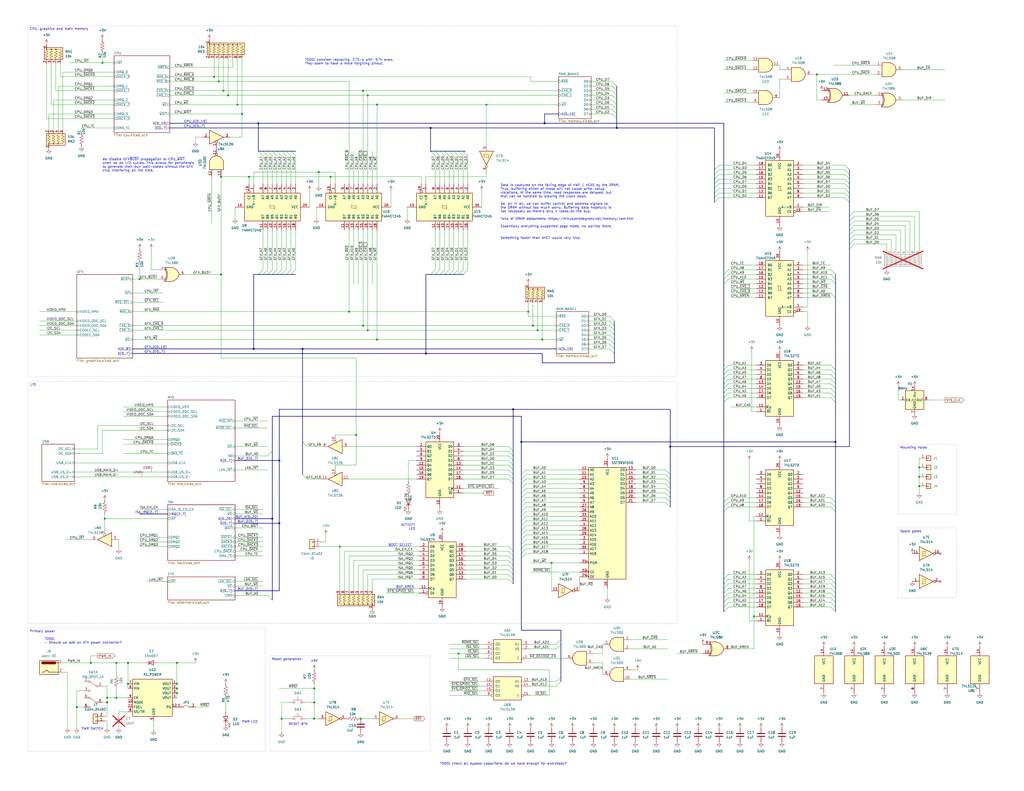
<source format=kicad_sch>
(kicad_sch (version 20230121) (generator eeschema)
  (paper "C")
  (title_block (title "Anachron uATX Main Sheet") (date "2024-02-07") (company "Modular Circuits"))
  (junction (at 171.45 383.54))
  (junction (at 69.85 373.38))
  (junction (at 41.91 386.08))
  (junction (at 290.83 177.8))
  (junction (at 153.67 392.43))
  (junction (at 190.5 170.18))
  (junction (at 96.52 378.46))
  (junction (at 140.97 67.31))
  (junction (at 76.2 152.4))
  (junction (at 200.66 52.07))
  (junction (at 69.85 361.95))
  (junction (at 194.31 237.49))
  (junction (at 198.12 49.53))
  (junction (at 135.89 96.52))
  (junction (at 58.42 381))
  (junction (at 138.43 190.5))
  (junction (at 96.52 375.92))
  (junction (at 116.84 41.91))
  (junction (at 501.65 260.35))
  (junction (at 365.76 243.84))
  (junction (at 63.5 381))
  (junction (at 501.65 255.27))
  (junction (at 198.12 177.8))
  (junction (at 200.66 180.34))
  (junction (at 265.43 57.15))
  (junction (at 171.45 392.43))
  (junction (at 55.88 34.29))
  (junction (at 165.1 190.5))
  (junction (at 49.53 361.95))
  (junction (at 129.54 57.15))
  (junction (at 180.34 96.52))
  (junction (at 284.48 241.3))
  (junction (at 205.74 57.15))
  (junction (at 171.45 375.92))
  (junction (at 120.65 96.52))
  (junction (at 250.19 356.87))
  (junction (at 152.4 285.75))
  (junction (at 132.08 62.23))
  (junction (at 297.18 67.31))
  (junction (at 63.5 361.95))
  (junction (at 96.52 361.95))
  (junction (at 234.95 69.85))
  (junction (at 152.4 251.46))
  (junction (at 501.65 265.43))
  (junction (at 173.99 93.98))
  (junction (at 148.59 283.21))
  (junction (at 121.92 49.53))
  (junction (at 124.46 52.07))
  (junction (at 293.37 180.34))
  (junction (at 120.65 149.86))
  (junction (at 455.93 241.3))
  (junction (at 336.55 69.85))
  (junction (at 232.41 193.04))
  (junction (at 288.29 170.18))
  (junction (at 196.85 392.43))
  (junction (at 295.91 185.42))
  (junction (at 58.42 383.54))
  (junction (at 185.42 298.45))
  (junction (at 280.035 223.52))
  (junction (at 119.38 44.45))
  (junction (at 96.52 373.38))
  (junction (at 411.48 336.55))
  (junction (at 57.15 283.21))
  (junction (at 205.74 185.42))
  (junction (at 445.77 40.64))
  (junction (at 300.99 307.34))
  (no_connect (at 513.08 317.5))
  (no_connect (at 513.08 302.26))
  (bus_entry (at 280.035 308.61) (size -2.54 -2.54))
  (bus_entry (at 363.22 261.62) (size 2.54 2.54))
  (bus_entry (at 280.035 313.69) (size -2.54 -2.54))
  (bus_entry (at 463.55 128.27) (size 2.54 -2.54))
  (bus_entry (at 280.035 311.15) (size -2.54 -2.54))
  (bus_entry (at 334.01 54.61) (size 2.54 2.54))
  (bus_entry (at 148.59 149.86) (size 2.54 -2.54))
  (bus_entry (at 455.93 154.94) (size -2.54 -2.54))
  (bus_entry (at 455.93 321.31) (size -2.54 -2.54))
  (bus_entry (at 280.035 248.92) (size -2.54 -2.54))
  (bus_entry (at 284.48 294.64) (size 2.54 -2.54))
  (bus_entry (at 394.97 323.85) (size 2.54 -2.54))
  (bus_entry (at 455.93 328.93) (size -2.54 -2.54))
  (bus_entry (at 455.93 152.4) (size -2.54 -2.54))
  (bus_entry (at 334.01 62.23) (size 2.54 2.54))
  (bus_entry (at 237.49 82.55) (size 2.54 2.54))
  (bus_entry (at 463.55 105.41) (size -2.54 -2.54))
  (bus_entry (at 389.89 102.87) (size 2.54 -2.54))
  (bus_entry (at 280.035 261.62) (size -2.54 -2.54))
  (bus_entry (at 284.48 276.86) (size 2.54 -2.54))
  (bus_entry (at 394.97 212.09) (size 2.54 -2.54))
  (bus_entry (at 284.48 266.7) (size 2.54 -2.54))
  (bus_entry (at 284.48 292.1) (size 2.54 -2.54))
  (bus_entry (at 280.035 256.54) (size -2.54 -2.54))
  (bus_entry (at 455.93 201.93) (size -2.54 -2.54))
  (bus_entry (at 240.03 149.86) (size 2.54 -2.54))
  (bus_entry (at 250.19 82.55) (size 2.54 2.54))
  (bus_entry (at 280.035 303.53) (size -2.54 -2.54))
  (bus_entry (at 284.48 271.78) (size 2.54 -2.54))
  (bus_entry (at 284.48 299.72) (size 2.54 -2.54))
  (bus_entry (at 247.65 149.86) (size 2.54 -2.54))
  (bus_entry (at 306.07 369.57) (size -2.54 2.54))
  (bus_entry (at 463.55 97.79) (size -2.54 -2.54))
  (bus_entry (at 334.01 49.53) (size 2.54 2.54))
  (bus_entry (at 280.035 316.23) (size -2.54 -2.54))
  (bus_entry (at 455.93 149.86) (size -2.54 -2.54))
  (bus_entry (at 455.93 217.17) (size -2.54 -2.54))
  (bus_entry (at 455.93 316.23) (size -2.54 -2.54))
  (bus_entry (at 148.59 82.55) (size 2.54 2.54))
  (bus_entry (at 455.93 162.56) (size -2.54 -2.54))
  (bus_entry (at 394.97 326.39) (size 2.54 -2.54))
  (bus_entry (at 455.93 334.01) (size -2.54 -2.54))
  (bus_entry (at 284.48 274.32) (size 2.54 -2.54))
  (bus_entry (at 463.55 102.87) (size -2.54 -2.54))
  (bus_entry (at 463.55 130.81) (size 2.54 -2.54))
  (bus_entry (at 463.55 107.95) (size -2.54 -2.54))
  (bus_entry (at 463.55 100.33) (size -2.54 -2.54))
  (bus_entry (at 455.93 204.47) (size -2.54 -2.54))
  (bus_entry (at 455.93 212.09) (size -2.54 -2.54))
  (bus_entry (at 280.035 318.77) (size -2.54 -2.54))
  (bus_entry (at 394.97 152.4) (size 2.54 -2.54))
  (bus_entry (at 463.55 110.49) (size -2.54 -2.54))
  (bus_entry (at 234.95 82.55) (size 2.54 2.54))
  (bus_entry (at 332.74 180.34) (size 2.54 2.54))
  (bus_entry (at 234.95 149.86) (size 2.54 -2.54))
  (bus_entry (at 394.97 209.55) (size 2.54 -2.54))
  (bus_entry (at 237.49 149.86) (size 2.54 -2.54))
  (bus_entry (at 455.93 219.71) (size -2.54 -2.54))
  (bus_entry (at 394.97 318.77) (size 2.54 -2.54))
  (bus_entry (at 455.93 323.85) (size -2.54 -2.54))
  (bus_entry (at 284.48 279.4) (size 2.54 -2.54))
  (bus_entry (at 334.01 52.07) (size 2.54 2.54))
  (bus_entry (at 389.89 92.71) (size 2.54 -2.54))
  (bus_entry (at 284.48 289.56) (size 2.54 -2.54))
  (bus_entry (at 280.035 259.08) (size -2.54 -2.54))
  (bus_entry (at 455.93 326.39) (size -2.54 -2.54))
  (bus_entry (at 156.21 149.86) (size 2.54 -2.54))
  (bus_entry (at 394.97 154.94) (size 2.54 -2.54))
  (bus_entry (at 284.48 269.24) (size 2.54 -2.54))
  (bus_entry (at 455.93 331.47) (size -2.54 -2.54))
  (bus_entry (at 332.74 187.96) (size 2.54 2.54))
  (bus_entry (at 284.48 297.18) (size 2.54 -2.54))
  (bus_entry (at 284.48 287.02) (size 2.54 -2.54))
  (bus_entry (at 245.11 82.55) (size 2.54 2.54))
  (bus_entry (at 284.48 259.08) (size 2.54 -2.54))
  (bus_entry (at 463.55 125.73) (size 2.54 -2.54))
  (bus_entry (at 389.89 105.41) (size 2.54 -2.54))
  (bus_entry (at 167.64 243.84) (size -2.54 -2.54))
  (bus_entry (at 389.89 110.49) (size 2.54 -2.54))
  (bus_entry (at 389.89 100.33) (size 2.54 -2.54))
  (bus_entry (at 284.48 284.48) (size 2.54 -2.54))
  (bus_entry (at 394.97 316.23) (size 2.54 -2.54))
  (bus_entry (at 363.22 266.7) (size 2.54 2.54))
  (bus_entry (at 363.22 271.78) (size 2.54 2.54))
  (bus_entry (at 389.89 97.79) (size 2.54 -2.54))
  (bus_entry (at 250.19 149.86) (size 2.54 -2.54))
  (bus_entry (at 334.01 57.15) (size 2.54 2.54))
  (bus_entry (at 156.21 82.55) (size 2.54 2.54))
  (bus_entry (at 363.22 274.32) (size 2.54 2.54))
  (bus_entry (at 394.97 219.71) (size 2.54 -2.54))
  (bus_entry (at 303.53 354.33) (size 2.54 -2.54))
  (bus_entry (at 153.67 82.55) (size 2.54 2.54))
  (bus_entry (at 455.93 274.32) (size -2.54 -2.54))
  (bus_entry (at 280.035 306.07) (size -2.54 -2.54))
  (bus_entry (at 394.97 334.01) (size 2.54 -2.54))
  (bus_entry (at 463.55 133.35) (size 2.54 -2.54))
  (bus_entry (at 332.74 190.5) (size 2.54 2.54))
  (bus_entry (at 242.57 82.55) (size 2.54 2.54))
  (bus_entry (at 143.51 82.55) (size 2.54 2.54))
  (bus_entry (at 332.74 172.72) (size 2.54 2.54))
  (bus_entry (at 140.97 82.55) (size 2.54 2.54))
  (bus_entry (at 455.93 214.63) (size -2.54 -2.54))
  (bus_entry (at 146.05 82.55) (size 2.54 2.54))
  (bus_entry (at 242.57 149.86) (size 2.54 -2.54))
  (bus_entry (at 463.55 120.65) (size 2.54 -2.54))
  (bus_entry (at 363.22 264.16) (size 2.54 2.54))
  (bus_entry (at 394.97 204.47) (size 2.54 -2.54))
  (bus_entry (at 167.64 261.62) (size -2.54 -2.54))
  (bus_entry (at 394.97 201.93) (size 2.54 -2.54))
  (bus_entry (at 389.89 107.95) (size 2.54 -2.54))
  (bus_entry (at 332.74 185.42) (size 2.54 2.54))
  (bus_entry (at 455.93 279.4) (size -2.54 -2.54))
  (bus_entry (at 153.67 149.86) (size 2.54 -2.54))
  (bus_entry (at 245.11 149.86) (size 2.54 -2.54))
  (bus_entry (at 394.97 274.32) (size 2.54 -2.54))
  (bus_entry (at 247.65 82.55) (size 2.54 2.54))
  (bus_entry (at 463.55 95.25) (size -2.54 -2.54))
  (bus_entry (at 252.73 149.86) (size 2.54 -2.54))
  (bus_entry (at 280.035 246.38) (size -2.54 -2.54))
  (bus_entry (at 463.55 92.71) (size -2.54 -2.54))
  (bus_entry (at 394.97 214.63) (size 2.54 -2.54))
  (bus_entry (at 146.05 149.86) (size 2.54 -2.54))
  (bus_entry (at 394.97 149.86) (size 2.54 -2.54))
  (bus_entry (at 455.93 209.55) (size -2.54 -2.54))
  (bus_entry (at 332.74 182.88) (size 2.54 2.54))
  (bus_entry (at 394.97 207.01) (size 2.54 -2.54))
  (bus_entry (at 394.97 331.47) (size 2.54 -2.54))
  (bus_entry (at 334.01 44.45) (size 2.54 2.54))
  (bus_entry (at 158.75 149.86) (size 2.54 -2.54))
  (bus_entry (at 394.97 217.17) (size 2.54 -2.54))
  (bus_entry (at 332.74 175.26) (size 2.54 2.54))
  (bus_entry (at 143.51 149.86) (size 2.54 -2.54))
  (bus_entry (at 280.035 254) (size -2.54 -2.54))
  (bus_entry (at 303.53 351.79) (size 2.54 -2.54))
  (bus_entry (at 284.48 281.94) (size 2.54 -2.54))
  (bus_entry (at 394.97 321.31) (size 2.54 -2.54))
  (bus_entry (at 463.55 135.89) (size 2.54 -2.54))
  (bus_entry (at 146.05 325.12) (size 2.54 2.54))
  (bus_entry (at 280.035 251.46) (size -2.54 -2.54))
  (bus_entry (at 455.93 207.01) (size -2.54 -2.54))
  (bus_entry (at 158.75 82.55) (size 2.54 2.54))
  (bus_entry (at 363.22 269.24) (size 2.54 2.54))
  (bus_entry (at 240.03 82.55) (size 2.54 2.54))
  (bus_entry (at 394.97 276.86) (size 2.54 -2.54))
  (bus_entry (at 280.035 300.99) (size -2.54 -2.54))
  (bus_entry (at 334.01 46.99) (size 2.54 2.54))
  (bus_entry (at 394.97 279.4) (size 2.54 -2.54))
  (bus_entry (at 363.22 256.54) (size 2.54 2.54))
  (bus_entry (at 284.48 261.62) (size 2.54 -2.54))
  (bus_entry (at 463.55 118.11) (size 2.54 -2.54))
  (bus_entry (at 151.13 82.55) (size 2.54 2.54))
  (bus_entry (at 455.93 276.86) (size -2.54 -2.54))
  (bus_entry (at 284.48 304.8) (size 2.54 -2.54))
  (bus_entry (at 389.89 95.25) (size 2.54 -2.54))
  (bus_entry (at 332.74 177.8) (size 2.54 2.54))
  (bus_entry (at 280.035 264.16) (size -2.54 -2.54))
  (bus_entry (at 284.48 302.26) (size 2.54 -2.54))
  (bus_entry (at 140.97 149.86) (size 2.54 -2.54))
  (bus_entry (at 363.22 259.08) (size 2.54 2.54))
  (bus_entry (at 146.05 248.92) (size 2.54 -2.54))
  (bus_entry (at 252.73 82.55) (size 2.54 2.54))
  (bus_entry (at 463.55 123.19) (size 2.54 -2.54))
  (bus_entry (at 306.07 372.11) (size -2.54 2.54))
  (bus_entry (at 455.93 318.77) (size -2.54 -2.54))
  (bus_entry (at 394.97 328.93) (size 2.54 -2.54))
  (bus_entry (at 151.13 149.86) (size 2.54 -2.54))
  (bus_entry (at 334.01 59.69) (size 2.54 2.54))
  (bus_entry (at 284.48 264.16) (size 2.54 -2.54))
  (wire (pts (xy 397.51 271.78) (xy 412.75 271.78)))
  (wire (pts (xy 91.44 278.13) (xy 76.2 278.13)))
  (wire (pts (xy 501.65 137.16) (xy 501.65 115.57)))
  (wire (pts (xy 250.19 85.09) (xy 250.19 100.33)))
  (wire (pts (xy 501.65 260.35) (xy 501.65 265.43)))
  (wire (pts (xy 397.51 328.93) (xy 412.75 328.93)))
  (wire (pts (xy 38.1 34.29) (xy 55.88 34.29)))
  (bus (pts (xy 394.97 316.23) (xy 394.97 318.77)))
  (wire (pts (xy 499.11 137.16) (xy 499.11 118.11)))
  (wire (pts (xy 264.16 359.41) (xy 245.11 359.41)))
  (bus (pts (xy 394.97 321.31) (xy 394.97 323.85)))
  (bus (pts (xy 336.55 64.77) (xy 336.55 69.85)))
  (wire (pts (xy 277.495 259.08) (xy 252.73 259.08)))
  (wire (pts (xy 392.43 97.79) (xy 412.75 97.79)))
  (wire (pts (xy 69.85 373.38) (xy 69.85 361.95)))
  (wire (pts (xy 153.67 383.54) (xy 153.67 392.43)))
  (wire (pts (xy 321.31 172.72) (xy 332.74 172.72)))
  (wire (pts (xy 200.66 125.73) (xy 200.66 180.34)))
  (wire (pts (xy 58.42 381) (xy 58.42 383.54)))
  (bus (pts (xy 394.97 274.32) (xy 394.97 276.86)))
  (bus (pts (xy 143.51 82.55) (xy 140.97 82.55)))
  (wire (pts (xy 91.44 234.95) (xy 55.88 234.95)))
  (bus (pts (xy 140.97 149.86) (xy 138.43 149.86)))
  (bus (pts (xy 455.93 274.32) (xy 455.93 276.86)))
  (wire (pts (xy 132.08 74.93) (xy 132.08 62.23)))
  (wire (pts (xy 425.45 38.1) (xy 425.45 35.56)))
  (wire (pts (xy 392.43 105.41) (xy 412.75 105.41)))
  (wire (pts (xy 194.31 237.49) (xy 194.31 254)))
  (wire (pts (xy 397.51 201.93) (xy 412.75 201.93)))
  (wire (pts (xy 398.78 354.33) (xy 411.48 354.33)))
  (bus (pts (xy 455.93 219.71) (xy 455.93 241.3)))
  (wire (pts (xy 193.04 125.73) (xy 193.04 154.94)))
  (wire (pts (xy 265.43 93.98) (xy 265.43 96.52)))
  (wire (pts (xy 412.75 339.09) (xy 408.94 339.09)))
  (bus (pts (xy 295.91 198.12) (xy 335.28 198.12)))
  (bus (pts (xy 335.28 180.34) (xy 335.28 182.88)))
  (wire (pts (xy 26.67 62.23) (xy 62.23 62.23)))
  (bus (pts (xy 284.48 344.17) (xy 306.07 344.17)))
  (wire (pts (xy 106.68 386.08) (xy 114.3 386.08)))
  (wire (pts (xy 91.44 222.25) (xy 67.31 222.25)))
  (wire (pts (xy 64.77 294.64) (xy 64.77 299.72)))
  (wire (pts (xy 322.58 59.69) (xy 334.01 59.69)))
  (bus (pts (xy 455.93 162.56) (xy 455.93 201.93)))
  (wire (pts (xy 264.16 377.19) (xy 245.11 377.19)))
  (bus (pts (xy 245.11 82.55) (xy 242.57 82.55)))
  (bus (pts (xy 389.89 92.71) (xy 389.89 95.25)))
  (wire (pts (xy 232.41 100.33) (xy 232.41 96.52)))
  (wire (pts (xy 21.59 170.18) (xy 41.91 170.18)))
  (wire (pts (xy 151.13 85.09) (xy 151.13 100.33)))
  (wire (pts (xy 277.495 246.38) (xy 252.73 246.38)))
  (bus (pts (xy 297.18 62.23) (xy 297.18 67.31)))
  (wire (pts (xy 453.39 199.39) (xy 438.15 199.39)))
  (wire (pts (xy 146.05 325.12) (xy 128.27 325.12)))
  (bus (pts (xy 148.59 283.21) (xy 148.59 327.66)))
  (wire (pts (xy 198.12 125.73) (xy 198.12 177.8)))
  (bus (pts (xy 284.48 281.94) (xy 284.48 284.48)))
  (bus (pts (xy 394.97 323.85) (xy 394.97 326.39)))
  (wire (pts (xy 293.37 165.1) (xy 293.37 180.34)))
  (wire (pts (xy 185.42 322.58) (xy 185.42 298.45)))
  (wire (pts (xy 168.91 104.14) (xy 168.91 113.03)))
  (bus (pts (xy 140.97 67.31) (xy 140.97 82.55)))
  (bus (pts (xy 455.93 323.85) (xy 455.93 326.39)))
  (wire (pts (xy 180.34 96.52) (xy 135.89 96.52)))
  (wire (pts (xy 21.59 175.26) (xy 41.91 175.26)))
  (wire (pts (xy 438.15 162.56) (xy 453.39 162.56)))
  (wire (pts (xy 55.88 29.21) (xy 55.88 34.29)))
  (wire (pts (xy 287.02 264.16) (xy 316.23 264.16)))
  (bus (pts (xy 148.59 149.86) (xy 146.05 149.86)))
  (bus (pts (xy 365.76 223.52) (xy 280.035 223.52)))
  (wire (pts (xy 227.33 261.62) (xy 190.5 261.62)))
  (wire (pts (xy 44.45 69.85) (xy 62.23 69.85)))
  (wire (pts (xy 289.56 41.91) (xy 289.56 44.45)))
  (bus (pts (xy 365.76 271.78) (xy 365.76 274.32)))
  (wire (pts (xy 158.75 125.73) (xy 158.75 147.32)))
  (wire (pts (xy 453.39 204.47) (xy 438.15 204.47)))
  (wire (pts (xy 101.6 149.86) (xy 120.65 149.86)))
  (wire (pts (xy 346.71 266.7) (xy 363.22 266.7)))
  (wire (pts (xy 120.65 96.52) (xy 120.65 149.86)))
  (wire (pts (xy 453.39 274.32) (xy 438.15 274.32)))
  (wire (pts (xy 53.34 232.41) (xy 53.34 245.11)))
  (wire (pts (xy 21.59 182.88) (xy 41.91 182.88)))
  (bus (pts (xy 463.55 118.11) (xy 463.55 120.65)))
  (wire (pts (xy 213.36 104.14) (xy 213.36 113.03)))
  (bus (pts (xy 237.49 149.86) (xy 234.95 149.86)))
  (wire (pts (xy 277.495 261.62) (xy 252.73 261.62)))
  (wire (pts (xy 121.92 49.53) (xy 198.12 49.53)))
  (bus (pts (xy 455.93 212.09) (xy 455.93 214.63)))
  (wire (pts (xy 321.31 177.8) (xy 332.74 177.8)))
  (bus (pts (xy 463.55 128.27) (xy 463.55 130.81)))
  (wire (pts (xy 453.39 328.93) (xy 438.15 328.93)))
  (bus (pts (xy 365.76 274.32) (xy 365.76 276.86)))
  (wire (pts (xy 453.39 157.48) (xy 438.15 157.48)))
  (bus (pts (xy 463.55 130.81) (xy 463.55 133.35)))
  (wire (pts (xy 203.2 82.55) (xy 203.2 100.33)))
  (wire (pts (xy 287.02 259.08) (xy 316.23 259.08)))
  (bus (pts (xy 455.93 276.86) (xy 455.93 279.4)))
  (bus (pts (xy 280.035 248.92) (xy 280.035 251.46)))
  (wire (pts (xy 321.31 185.42) (xy 332.74 185.42)))
  (wire (pts (xy 171.45 375.92) (xy 171.45 383.54)))
  (bus (pts (xy 250.19 82.55) (xy 247.65 82.55)))
  (wire (pts (xy 21.59 180.34) (xy 41.91 180.34)))
  (wire (pts (xy 461.01 105.41) (xy 438.15 105.41)))
  (bus (pts (xy 151.13 149.86) (xy 148.59 149.86)))
  (wire (pts (xy 321.31 175.26) (xy 332.74 175.26)))
  (wire (pts (xy 121.92 31.75) (xy 121.92 49.53)))
  (bus (pts (xy 128.27 322.58) (xy 152.4 322.58)))
  (wire (pts (xy 288.29 172.72) (xy 288.29 170.18)))
  (wire (pts (xy 242.57 125.73) (xy 242.57 147.32)))
  (wire (pts (xy 398.78 154.94) (xy 412.75 154.94)))
  (bus (pts (xy 165.1 241.3) (xy 165.1 259.08)))
  (bus (pts (xy 455.93 201.93) (xy 455.93 204.47)))
  (wire (pts (xy 157.48 383.54) (xy 153.67 383.54)))
  (wire (pts (xy 287.02 276.86) (xy 316.23 276.86)))
  (bus (pts (xy 148.59 227.33) (xy 148.59 246.38)))
  (wire (pts (xy 198.12 49.53) (xy 198.12 100.33)))
  (wire (pts (xy 64.77 389.89) (xy 64.77 388.62)))
  (wire (pts (xy 453.39 271.78) (xy 438.15 271.78)))
  (wire (pts (xy 205.74 185.42) (xy 295.91 185.42)))
  (bus (pts (xy 455.93 326.39) (xy 455.93 328.93)))
  (wire (pts (xy 322.58 52.07) (xy 334.01 52.07)))
  (bus (pts (xy 306.07 351.79) (xy 306.07 349.25)))
  (wire (pts (xy 193.04 82.55) (xy 193.04 100.33)))
  (wire (pts (xy 461.01 95.25) (xy 438.15 95.25)))
  (bus (pts (xy 284.48 264.16) (xy 284.48 266.7)))
  (wire (pts (xy 143.51 293.37) (xy 128.27 293.37)))
  (bus (pts (xy 455.93 207.01) (xy 455.93 209.55)))
  (wire (pts (xy 397.51 331.47) (xy 412.75 331.47)))
  (wire (pts (xy 96.52 378.46) (xy 96.52 381)))
  (wire (pts (xy 322.58 46.99) (xy 334.01 46.99)))
  (wire (pts (xy 128.27 317.5) (xy 143.51 317.5)))
  (wire (pts (xy 193.04 306.07) (xy 193.04 322.58)))
  (wire (pts (xy 91.44 227.33) (xy 67.31 227.33)))
  (bus (pts (xy 463.55 97.79) (xy 463.55 100.33)))
  (wire (pts (xy 398.78 162.56) (xy 412.75 162.56)))
  (bus (pts (xy 232.41 193.04) (xy 295.91 193.04)))
  (wire (pts (xy 492.76 54.61) (xy 515.62 54.61)))
  (bus (pts (xy 284.48 302.26) (xy 284.48 304.8)))
  (wire (pts (xy 92.71 57.15) (xy 129.54 57.15)))
  (wire (pts (xy 198.12 177.8) (xy 290.83 177.8)))
  (wire (pts (xy 91.44 232.41) (xy 53.34 232.41)))
  (wire (pts (xy 394.97 55.88) (xy 410.21 55.88)))
  (bus (pts (xy 455.93 152.4) (xy 455.93 154.94)))
  (bus (pts (xy 394.97 217.17) (xy 394.97 219.71)))
  (wire (pts (xy 453.39 326.39) (xy 438.15 326.39)))
  (bus (pts (xy 336.55 46.99) (xy 336.55 49.53)))
  (wire (pts (xy 205.74 57.15) (xy 205.74 100.33)))
  (bus (pts (xy 284.48 304.8) (xy 284.48 344.17)))
  (wire (pts (xy 289.56 312.42) (xy 316.23 312.42)))
  (wire (pts (xy 69.85 375.92) (xy 69.85 373.38)))
  (wire (pts (xy 288.29 165.1) (xy 288.29 170.18)))
  (wire (pts (xy 205.74 125.73) (xy 205.74 185.42)))
  (wire (pts (xy 143.51 298.45) (xy 128.27 298.45)))
  (wire (pts (xy 55.88 234.95) (xy 55.88 247.65)))
  (wire (pts (xy 121.92 49.53) (xy 92.71 49.53)))
  (bus (pts (xy 336.55 59.69) (xy 336.55 62.23)))
  (bus (pts (xy 394.97 67.31) (xy 394.97 149.86)))
  (bus (pts (xy 394.97 326.39) (xy 394.97 328.93)))
  (wire (pts (xy 120.65 96.52) (xy 135.89 96.52)))
  (wire (pts (xy 408.94 251.46) (xy 408.94 284.48)))
  (wire (pts (xy 438.15 113.03) (xy 452.12 113.03)))
  (wire (pts (xy 106.68 74.93) (xy 106.68 77.47)))
  (bus (pts (xy 336.55 69.85) (xy 389.89 69.85)))
  (wire (pts (xy 397.51 207.01) (xy 412.75 207.01)))
  (wire (pts (xy 277.495 298.45) (xy 254 298.45)))
  (wire (pts (xy 64.77 388.62) (xy 69.85 388.62)))
  (bus (pts (xy 389.89 107.95) (xy 389.89 110.49)))
  (wire (pts (xy 346.71 256.54) (xy 363.22 256.54)))
  (bus (pts (xy 232.41 149.86) (xy 232.41 193.04)))
  (wire (pts (xy 453.39 323.85) (xy 438.15 323.85)))
  (bus (pts (xy 455.93 204.47) (xy 455.93 207.01)))
  (wire (pts (xy 445.77 54.61) (xy 445.77 40.64)))
  (wire (pts (xy 410.21 191.77) (xy 410.21 224.79)))
  (bus (pts (xy 463.55 110.49) (xy 463.55 118.11)))
  (wire (pts (xy 229.87 100.33) (xy 229.87 96.52)))
  (wire (pts (xy 264.16 372.11) (xy 245.11 372.11)))
  (wire (pts (xy 200.66 313.69) (xy 200.66 322.58)))
  (wire (pts (xy 120.65 195.58) (xy 194.31 195.58)))
  (wire (pts (xy 397.51 321.31) (xy 412.75 321.31)))
  (wire (pts (xy 303.53 351.79) (xy 289.56 351.79)))
  (wire (pts (xy 466.09 130.81) (xy 486.41 130.81)))
  (wire (pts (xy 466.09 118.11) (xy 499.11 118.11)))
  (wire (pts (xy 463.55 52.07) (xy 477.52 52.07)))
  (wire (pts (xy 461.01 100.33) (xy 438.15 100.33)))
  (wire (pts (xy 153.67 392.43) (xy 153.67 400.05)))
  (bus (pts (xy 284.48 241.3) (xy 455.93 241.3)))
  (wire (pts (xy 171.45 392.43) (xy 173.99 392.43)))
  (wire (pts (xy 49.53 361.95) (xy 63.5 361.95)))
  (wire (pts (xy 466.09 123.19) (xy 494.03 123.19)))
  (wire (pts (xy 175.26 261.62) (xy 167.64 261.62)))
  (wire (pts (xy 177.8 295.91) (xy 177.8 292.1)))
  (wire (pts (xy 438.15 149.86) (xy 453.39 149.86)))
  (wire (pts (xy 461.01 92.71) (xy 438.15 92.71)))
  (bus (pts (xy 152.4 251.46) (xy 152.4 285.75)))
  (wire (pts (xy 308.61 359.41) (xy 289.56 359.41)))
  (wire (pts (xy 228.6 311.15) (xy 198.12 311.15)))
  (wire (pts (xy 277.495 248.92) (xy 252.73 248.92)))
  (wire (pts (xy 91.44 252.73) (xy 40.64 252.73)))
  (wire (pts (xy 245.11 85.09) (xy 245.11 100.33)))
  (wire (pts (xy 247.65 85.09) (xy 247.65 100.33)))
  (wire (pts (xy 264.16 356.87) (xy 250.19 356.87)))
  (wire (pts (xy 397.51 313.69) (xy 412.75 313.69)))
  (bus (pts (xy 284.48 274.32) (xy 284.48 276.86)))
  (wire (pts (xy 412.75 224.79) (xy 410.21 224.79)))
  (bus (pts (xy 455.93 209.55) (xy 455.93 212.09)))
  (bus (pts (xy 250.19 149.86) (xy 247.65 149.86)))
  (bus (pts (xy 365.76 261.62) (xy 365.76 264.16)))
  (bus (pts (xy 463.55 123.19) (xy 463.55 125.73)))
  (bus (pts (xy 280.035 256.54) (xy 280.035 259.08)))
  (wire (pts (xy 287.02 292.1) (xy 316.23 292.1)))
  (wire (pts (xy 72.39 165.1) (xy 88.9 165.1)))
  (wire (pts (xy 146.05 125.73) (xy 146.05 147.32)))
  (bus (pts (xy 284.48 241.3) (xy 284.48 259.08)))
  (wire (pts (xy 287.02 294.64) (xy 316.23 294.64)))
  (wire (pts (xy 91.44 240.03) (xy 67.31 240.03)))
  (wire (pts (xy 33.02 41.91) (xy 33.02 34.29)))
  (wire (pts (xy 397.51 217.17) (xy 412.75 217.17)))
  (bus (pts (xy 365.76 243.84) (xy 365.76 223.52)))
  (wire (pts (xy 277.495 256.54) (xy 252.73 256.54)))
  (wire (pts (xy 466.09 120.65) (xy 496.57 120.65)))
  (wire (pts (xy 57.15 283.21) (xy 91.44 283.21)))
  (wire (pts (xy 250.19 356.87) (xy 245.11 356.87)))
  (wire (pts (xy 346.71 274.32) (xy 363.22 274.32)))
  (wire (pts (xy 438.15 170.18) (xy 440.69 170.18)))
  (wire (pts (xy 364.49 349.25) (xy 344.17 349.25)))
  (bus (pts (xy 389.89 105.41) (xy 389.89 107.95)))
  (wire (pts (xy 198.12 49.53) (xy 304.8 49.53)))
  (bus (pts (xy 158.75 149.86) (xy 161.29 149.86)))
  (wire (pts (xy 346.71 271.78) (xy 363.22 271.78)))
  (wire (pts (xy 397.51 204.47) (xy 412.75 204.47)))
  (wire (pts (xy 397.51 326.39) (xy 412.75 326.39)))
  (bus (pts (xy 284.48 297.18) (xy 284.48 299.72)))
  (bus (pts (xy 335.28 182.88) (xy 335.28 185.42)))
  (wire (pts (xy 322.58 57.15) (xy 334.01 57.15)))
  (wire (pts (xy 250.19 356.87) (xy 250.19 365.76)))
  (wire (pts (xy 287.02 269.24) (xy 316.23 269.24)))
  (wire (pts (xy 427.99 38.1) (xy 425.45 38.1)))
  (wire (pts (xy 461.01 90.17) (xy 438.15 90.17)))
  (wire (pts (xy 440.69 170.18) (xy 440.69 177.8)))
  (wire (pts (xy 127 31.75) (xy 127 36.83)))
  (wire (pts (xy 152.4 375.92) (xy 171.45 375.92)))
  (wire (pts (xy 453.39 316.23) (xy 438.15 316.23)))
  (wire (pts (xy 300.99 307.34) (xy 316.23 307.34)))
  (bus (pts (xy 455.93 154.94) (xy 455.93 162.56)))
  (wire (pts (xy 397.51 147.32) (xy 412.75 147.32)))
  (wire (pts (xy 143.51 300.99) (xy 128.27 300.99)))
  (wire (pts (xy 31.75 46.99) (xy 31.75 71.12)))
  (bus (pts (xy 389.89 69.85) (xy 389.89 92.71)))
  (bus (pts (xy 158.75 149.86) (xy 156.21 149.86)))
  (wire (pts (xy 69.85 361.95) (xy 78.74 361.95)))
  (bus (pts (xy 295.91 198.12) (xy 295.91 193.04)))
  (wire (pts (xy 488.95 128.27) (xy 488.95 137.16)))
  (bus (pts (xy 151.13 82.55) (xy 148.59 82.55)))
  (bus (pts (xy 389.89 100.33) (xy 389.89 102.87)))
  (bus (pts (xy 394.97 154.94) (xy 394.97 201.93)))
  (wire (pts (xy 277.495 243.84) (xy 252.73 243.84)))
  (bus (pts (xy 463.55 95.25) (xy 463.55 97.79)))
  (bus (pts (xy 280.035 251.46) (xy 280.035 254)))
  (wire (pts (xy 128.27 320.04) (xy 143.51 320.04)))
  (wire (pts (xy 96.52 361.95) (xy 106.68 361.95)))
  (wire (pts (xy 287.02 266.7) (xy 316.23 266.7)))
  (bus (pts (xy 336.55 49.53) (xy 336.55 52.07)))
  (bus (pts (xy 394.97 152.4) (xy 394.97 154.94)))
  (wire (pts (xy 53.34 245.11) (xy 40.64 245.11)))
  (wire (pts (xy 299.72 365.76) (xy 299.72 379.73)))
  (wire (pts (xy 125.73 74.93) (xy 132.08 74.93)))
  (wire (pts (xy 237.49 125.73) (xy 237.49 147.32)))
  (wire (pts (xy 173.99 93.98) (xy 173.99 101.6)))
  (wire (pts (xy 148.59 85.09) (xy 148.59 100.33)))
  (bus (pts (xy 335.28 193.04) (xy 335.28 198.12)))
  (wire (pts (xy 120.65 149.86) (xy 120.65 195.58)))
  (bus (pts (xy 280.035 308.61) (xy 280.035 311.15)))
  (wire (pts (xy 287.02 256.54) (xy 316.23 256.54)))
  (bus (pts (xy 284.48 289.56) (xy 284.48 292.1)))
  (wire (pts (xy 57.15 280.67) (xy 57.15 283.21)))
  (bus (pts (xy 463.55 107.95) (xy 463.55 110.49)))
  (bus (pts (xy 304.8 62.23) (xy 297.18 62.23)))
  (wire (pts (xy 203.2 125.73) (xy 203.2 154.94)))
  (wire (pts (xy 287.02 279.4) (xy 316.23 279.4)))
  (wire (pts (xy 167.64 383.54) (xy 171.45 383.54)))
  (wire (pts (xy 277.495 254) (xy 252.73 254)))
  (wire (pts (xy 346.71 259.08) (xy 363.22 259.08)))
  (bus (pts (xy 284.48 279.4) (xy 284.48 281.94)))
  (wire (pts (xy 398.78 157.48) (xy 412.75 157.48)))
  (wire (pts (xy 323.85 356.87) (xy 328.93 356.87)))
  (wire (pts (xy 30.48 34.29) (xy 30.48 49.53)))
  (bus (pts (xy 336.55 62.23) (xy 336.55 64.77)))
  (bus (pts (xy 394.97 214.63) (xy 394.97 217.17)))
  (wire (pts (xy 124.46 52.07) (xy 200.66 52.07)))
  (wire (pts (xy 29.21 71.12) (xy 29.21 54.61)))
  (bus (pts (xy 455.93 331.47) (xy 455.93 334.01)))
  (wire (pts (xy 91.44 295.91) (xy 76.2 295.91)))
  (wire (pts (xy 255.27 85.09) (xy 255.27 100.33)))
  (wire (pts (xy 227.33 251.46) (xy 222.885 251.46)))
  (bus (pts (xy 394.97 207.01) (xy 394.97 209.55)))
  (wire (pts (xy 173.99 93.98) (xy 182.88 93.98)))
  (bus (pts (xy 365.76 243.84) (xy 365.76 259.08)))
  (wire (pts (xy 34.29 361.95) (xy 49.53 361.95)))
  (wire (pts (xy 501.65 255.27) (xy 501.65 260.35)))
  (bus (pts (xy 284.48 269.24) (xy 284.48 271.78)))
  (bus (pts (xy 280.035 259.08) (xy 280.035 261.62)))
  (wire (pts (xy 156.21 125.73) (xy 156.21 147.32)))
  (wire (pts (xy 153.67 392.43) (xy 157.48 392.43)))
  (wire (pts (xy 228.6 313.69) (xy 200.66 313.69)))
  (wire (pts (xy 264.16 354.33) (xy 245.11 354.33)))
  (bus (pts (xy 128.27 285.75) (xy 152.4 285.75)))
  (wire (pts (xy 272.415 266.7) (xy 252.73 266.7)))
  (wire (pts (xy 129.54 57.15) (xy 205.74 57.15)))
  (bus (pts (xy 394.97 318.77) (xy 394.97 321.31)))
  (wire (pts (xy 300.99 322.58) (xy 300.99 307.34)))
  (wire (pts (xy 200.66 52.07) (xy 200.66 100.33)))
  (bus (pts (xy 245.11 149.86) (xy 242.57 149.86)))
  (wire (pts (xy 346.71 261.62) (xy 363.22 261.62)))
  (wire (pts (xy 41.91 386.08) (xy 45.72 386.08)))
  (wire (pts (xy 453.39 160.02) (xy 438.15 160.02)))
  (wire (pts (xy 483.87 133.35) (xy 483.87 137.16)))
  (wire (pts (xy 128.27 113.03) (xy 128.27 119.38)))
  (bus (pts (xy 234.95 82.55) (xy 234.95 69.85)))
  (bus (pts (xy 128.27 283.21) (xy 148.59 283.21)))
  (bus (pts (xy 365.76 264.16) (xy 365.76 266.7)))
  (bus (pts (xy 280.035 223.52) (xy 280.035 246.38)))
  (wire (pts (xy 289.56 307.34) (xy 300.99 307.34)))
  (bus (pts (xy 463.55 105.41) (xy 463.55 107.95)))
  (wire (pts (xy 83.82 398.78) (xy 83.82 393.7)))
  (wire (pts (xy 156.21 85.09) (xy 156.21 100.33)))
  (wire (pts (xy 29.21 54.61) (xy 62.23 54.61)))
  (bus (pts (xy 92.71 67.31) (xy 140.97 67.31)))
  (wire (pts (xy 287.02 299.72) (xy 316.23 299.72)))
  (wire (pts (xy 72.39 185.42) (xy 205.74 185.42)))
  (wire (pts (xy 277.495 303.53) (xy 254 303.53)))
  (wire (pts (xy 425.45 43.18) (xy 427.99 43.18)))
  (wire (pts (xy 321.31 182.88) (xy 332.74 182.88)))
  (wire (pts (xy 27.94 57.15) (xy 62.23 57.15)))
  (bus (pts (xy 280.035 303.53) (xy 280.035 306.07)))
  (wire (pts (xy 228.6 300.99) (xy 187.96 300.99)))
  (wire (pts (xy 397.51 149.86) (xy 412.75 149.86)))
  (wire (pts (xy 143.51 125.73) (xy 143.51 147.32)))
  (wire (pts (xy 252.73 85.09) (xy 252.73 100.33)))
  (wire (pts (xy 58.42 381) (xy 63.5 381)))
  (wire (pts (xy 190.5 44.45) (xy 190.5 100.33)))
  (bus (pts (xy 463.55 92.71) (xy 463.55 95.25)))
  (bus (pts (xy 365.76 259.08) (xy 365.76 261.62)))
  (wire (pts (xy 303.53 372.11) (xy 289.56 372.11)))
  (wire (pts (xy 143.51 303.53) (xy 128.27 303.53)))
  (wire (pts (xy 172.72 113.03) (xy 172.72 119.38)))
  (wire (pts (xy 229.87 96.52) (xy 180.34 96.52)))
  (wire (pts (xy 287.02 289.56) (xy 316.23 289.56)))
  (wire (pts (xy 218.44 392.43) (xy 226.06 392.43)))
  (wire (pts (xy 41.91 386.08) (xy 41.91 397.51)))
  (bus (pts (xy 463.55 125.73) (xy 463.55 128.27)))
  (wire (pts (xy 128.27 288.29) (xy 143.51 288.29)))
  (wire (pts (xy 242.57 85.09) (xy 242.57 100.33)))
  (wire (pts (xy 453.39 207.01) (xy 438.15 207.01)))
  (bus (pts (xy 234.95 149.86) (xy 232.41 149.86)))
  (wire (pts (xy 438.15 147.32) (xy 453.39 147.32)))
  (wire (pts (xy 76.2 152.4) (xy 76.2 143.51)))
  (wire (pts (xy 398.78 160.02) (xy 412.75 160.02)))
  (bus (pts (xy 306.07 344.17) (xy 306.07 349.25)))
  (bus (pts (xy 146.05 82.55) (xy 143.51 82.55)))
  (bus (pts (xy 284.48 259.08) (xy 284.48 261.62)))
  (bus (pts (xy 280.035 261.62) (xy 280.035 264.16)))
  (bus (pts (xy 152.4 223.52) (xy 152.4 251.46)))
  (wire (pts (xy 190.5 125.73) (xy 190.5 170.18)))
  (wire (pts (xy 287.02 274.32) (xy 316.23 274.32)))
  (wire (pts (xy 277.495 311.15) (xy 254 311.15)))
  (wire (pts (xy 506.73 218.44) (xy 515.62 218.44)))
  (wire (pts (xy 364.49 370.84) (xy 344.17 370.84)))
  (bus (pts (xy 463.55 100.33) (xy 463.55 102.87)))
  (wire (pts (xy 196.85 392.43) (xy 203.2 392.43)))
  (wire (pts (xy 27.94 34.29) (xy 27.94 57.15)))
  (wire (pts (xy 265.43 57.15) (xy 265.43 78.74)))
  (wire (pts (xy 146.05 85.09) (xy 146.05 100.33)))
  (wire (pts (xy 486.41 130.81) (xy 486.41 137.16)))
  (wire (pts (xy 194.31 237.49) (xy 182.88 237.49)))
  (wire (pts (xy 331.47 326.39) (xy 331.47 321.31)))
  (wire (pts (xy 63.5 368.3) (xy 63.5 361.95)))
  (wire (pts (xy 55.88 374.65) (xy 58.42 374.65)))
  (wire (pts (xy 123.19 381) (xy 123.19 388.62)))
  (bus (pts (xy 389.89 97.79) (xy 389.89 100.33)))
  (wire (pts (xy 394.97 38.1) (xy 410.21 38.1)))
  (wire (pts (xy 277.495 306.07) (xy 254 306.07)))
  (bus (pts (xy 463.55 133.35) (xy 463.55 135.89)))
  (wire (pts (xy 63.5 381) (xy 69.85 381)))
  (wire (pts (xy 228.6 306.07) (xy 193.04 306.07)))
  (bus (pts (xy 463.55 102.87) (xy 463.55 105.41)))
  (wire (pts (xy 148.59 125.73) (xy 148.59 147.32)))
  (wire (pts (xy 91.44 298.45) (xy 76.2 298.45)))
  (bus (pts (xy 72.39 190.5) (xy 138.43 190.5)))
  (wire (pts (xy 31.75 46.99) (xy 62.23 46.99)))
  (wire (pts (xy 115.57 121.92) (xy 115.57 96.52)))
  (wire (pts (xy 72.39 160.02) (xy 88.9 160.02)))
  (bus (pts (xy 280.035 311.15) (xy 280.035 313.69)))
  (wire (pts (xy 82.55 147.32) (xy 82.55 135.89)))
  (wire (pts (xy 63.5 361.95) (xy 69.85 361.95)))
  (wire (pts (xy 288.29 172.72) (xy 303.53 172.72)))
  (bus (pts (xy 455.93 279.4) (xy 455.93 316.23)))
  (bus (pts (xy 152.4 322.58) (xy 152.4 285.75)))
  (bus (pts (xy 247.65 82.55) (xy 245.11 82.55)))
  (wire (pts (xy 76.2 152.4) (xy 86.36 152.4)))
  (bus (pts (xy 394.97 201.93) (xy 394.97 204.47)))
  (wire (pts (xy 91.44 317.5) (xy 80.01 317.5)))
  (bus (pts (xy 234.95 69.85) (xy 336.55 69.85)))
  (wire (pts (xy 119.38 44.45) (xy 92.71 44.45)))
  (wire (pts (xy 198.12 311.15) (xy 198.12 322.58)))
  (wire (pts (xy 91.44 247.65) (xy 67.31 247.65)))
  (wire (pts (xy 146.05 233.68) (xy 128.27 233.68)))
  (wire (pts (xy 397.51 274.32) (xy 412.75 274.32)))
  (wire (pts (xy 277.495 308.61) (xy 254 308.61)))
  (bus (pts (xy 394.97 149.86) (xy 394.97 152.4)))
  (wire (pts (xy 58.42 374.65) (xy 58.42 381)))
  (bus (pts (xy 254 82.55) (xy 252.73 82.55)))
  (wire (pts (xy 34.29 39.37) (xy 34.29 71.12)))
  (wire (pts (xy 171.45 373.38) (xy 171.45 375.92)))
  (wire (pts (xy 461.01 97.79) (xy 438.15 97.79)))
  (wire (pts (xy 303.53 177.8) (xy 290.83 177.8)))
  (wire (pts (xy 92.71 41.91) (xy 116.84 41.91)))
  (wire (pts (xy 91.44 242.57) (xy 67.31 242.57)))
  (bus (pts (xy 146.05 149.86) (xy 143.51 149.86)))
  (wire (pts (xy 496.57 137.16) (xy 496.57 120.65)))
  (bus (pts (xy 394.97 204.47) (xy 394.97 207.01)))
  (wire (pts (xy 287.02 297.18) (xy 316.23 297.18)))
  (wire (pts (xy 58.42 383.54) (xy 55.88 383.54)))
  (wire (pts (xy 195.58 308.61) (xy 195.58 322.58)))
  (wire (pts (xy 501.65 250.19) (xy 501.65 255.27)))
  (wire (pts (xy 58.42 391.16) (xy 58.42 383.54)))
  (wire (pts (xy 397.51 318.77) (xy 412.75 318.77)))
  (bus (pts (xy 455.93 318.77) (xy 455.93 321.31)))
  (bus (pts (xy 455.93 217.17) (xy 455.93 219.71)))
  (wire (pts (xy 322.58 44.45) (xy 334.01 44.45)))
  (bus (pts (xy 148.59 246.38) (xy 148.59 283.21)))
  (bus (pts (xy 240.03 82.55) (xy 237.49 82.55)))
  (wire (pts (xy 453.39 313.69) (xy 438.15 313.69)))
  (wire (pts (xy 86.36 361.95) (xy 96.52 361.95)))
  (wire (pts (xy 143.51 280.67) (xy 128.27 280.67)))
  (bus (pts (xy 455.93 316.23) (xy 455.93 318.77)))
  (wire (pts (xy 153.67 85.09) (xy 153.67 100.33)))
  (wire (pts (xy 190.5 44.45) (xy 119.38 44.45)))
  (wire (pts (xy 110.49 74.93) (xy 106.68 74.93)))
  (bus (pts (xy 455.93 328.93) (xy 455.93 331.47)))
  (wire (pts (xy 397.51 209.55) (xy 412.75 209.55)))
  (wire (pts (xy 96.52 375.92) (xy 96.52 378.46)))
  (bus (pts (xy 455.93 321.31) (xy 455.93 323.85)))
  (wire (pts (xy 92.71 62.23) (xy 132.08 62.23)))
  (wire (pts (xy 76.2 152.4) (xy 72.39 152.4)))
  (wire (pts (xy 397.51 316.23) (xy 412.75 316.23)))
  (bus (pts (xy 153.67 82.55) (xy 151.13 82.55)))
  (bus (pts (xy 148.59 82.55) (xy 146.05 82.55)))
  (bus (pts (xy 394.97 219.71) (xy 394.97 274.32)))
  (bus (pts (xy 280.035 313.69) (xy 280.035 316.23)))
  (bus (pts (xy 394.97 212.09) (xy 394.97 214.63)))
  (wire (pts (xy 453.39 321.31) (xy 438.15 321.31)))
  (wire (pts (xy 425.45 53.34) (xy 425.45 43.18)))
  (wire (pts (xy 228.6 321.31) (xy 210.82 321.31)))
  (bus (pts (xy 335.28 177.8) (xy 335.28 180.34)))
  (wire (pts (xy 398.78 222.25) (xy 412.75 222.25)))
  (wire (pts (xy 72.39 170.18) (xy 190.5 170.18)))
  (wire (pts (xy 412.75 284.48) (xy 408.94 284.48)))
  (wire (pts (xy 203.2 316.23) (xy 203.2 322.58)))
  (wire (pts (xy 86.36 147.32) (xy 82.55 147.32)))
  (wire (pts (xy 412.75 281.94) (xy 411.48 281.94)))
  (wire (pts (xy 287.02 287.02) (xy 316.23 287.02)))
  (wire (pts (xy 57.15 391.16) (xy 58.42 391.16)))
  (wire (pts (xy 62.23 39.37) (xy 34.29 39.37)))
  (wire (pts (xy 63.5 375.92) (xy 63.5 381)))
  (wire (pts (xy 116.84 31.75) (xy 116.84 41.91)))
  (wire (pts (xy 227.33 243.84) (xy 190.5 243.84)))
  (wire (pts (xy 62.23 41.91) (xy 33.02 41.91)))
  (bus (pts (xy 365.76 269.24) (xy 365.76 271.78)))
  (wire (pts (xy 96.52 373.38) (xy 96.52 375.92)))
  (wire (pts (xy 161.29 85.09) (xy 161.29 100.33)))
  (wire (pts (xy 252.73 125.73) (xy 252.73 147.32)))
  (bus (pts (xy 165.1 190.5) (xy 165.1 241.3)))
  (wire (pts (xy 146.05 248.92) (xy 128.27 248.92)))
  (bus (pts (xy 336.55 57.15) (xy 336.55 59.69)))
  (wire (pts (xy 453.39 154.94) (xy 438.15 154.94)))
  (wire (pts (xy 228.6 308.61) (xy 195.58 308.61)))
  (bus (pts (xy 280.035 223.52) (xy 152.4 223.52)))
  (wire (pts (xy 287.02 271.78) (xy 316.23 271.78)))
  (bus (pts (xy 394.97 328.93) (xy 394.97 331.47)))
  (bus (pts (xy 306.07 351.79) (xy 306.07 369.57)))
  (bus (pts (xy 284.48 284.48) (xy 284.48 287.02)))
  (wire (pts (xy 453.39 318.77) (xy 438.15 318.77)))
  (wire (pts (xy 397.51 323.85) (xy 412.75 323.85)))
  (wire (pts (xy 143.51 295.91) (xy 128.27 295.91)))
  (bus (pts (xy 335.28 175.26) (xy 335.28 177.8)))
  (bus (pts (xy 463.55 135.89) (xy 463.55 243.84)))
  (bus (pts (xy 455.93 241.3) (xy 455.93 274.32)))
  (wire (pts (xy 445.77 40.64) (xy 477.52 40.64)))
  (wire (pts (xy 25.4 64.77) (xy 62.23 64.77)))
  (wire (pts (xy 466.09 115.57) (xy 501.65 115.57)))
  (wire (pts (xy 392.43 102.87) (xy 412.75 102.87)))
  (bus (pts (xy 394.97 276.86) (xy 394.97 279.4)))
  (wire (pts (xy 394.97 33.02) (xy 410.21 33.02)))
  (wire (pts (xy 494.03 137.16) (xy 494.03 123.19)))
  (wire (pts (xy 321.31 190.5) (xy 332.74 190.5)))
  (bus (pts (xy 284.48 287.02) (xy 284.48 289.56)))
  (wire (pts (xy 194.31 195.58) (xy 194.31 237.49)))
  (bus (pts (xy 140.97 67.31) (xy 297.18 67.31)))
  (wire (pts (xy 408.94 306.07) (xy 408.94 339.09)))
  (bus (pts (xy 156.21 149.86) (xy 153.67 149.86)))
  (wire (pts (xy 443.23 40.64) (xy 445.77 40.64)))
  (wire (pts (xy 92.71 36.83) (xy 127 36.83)))
  (bus (pts (xy 158.75 82.55) (xy 156.21 82.55)))
  (wire (pts (xy 49.53 358.14) (xy 49.53 361.95)))
  (wire (pts (xy 303.53 374.65) (xy 289.56 374.65)))
  (wire (pts (xy 91.44 293.37) (xy 76.2 293.37)))
  (wire (pts (xy 228.6 323.85) (xy 210.82 323.85)))
  (wire (pts (xy 175.26 295.91) (xy 177.8 295.91)))
  (wire (pts (xy 466.09 125.73) (xy 491.49 125.73)))
  (wire (pts (xy 277.495 316.23) (xy 254 316.23)))
  (wire (pts (xy 289.56 44.45) (xy 304.8 44.45)))
  (bus (pts (xy 72.39 193.04) (xy 232.41 193.04)))
  (wire (pts (xy 58.42 393.7) (xy 57.15 393.7)))
  (wire (pts (xy 228.6 303.53) (xy 190.5 303.53)))
  (bus (pts (xy 455.93 214.63) (xy 455.93 217.17)))
  (wire (pts (xy 45.72 377.19) (xy 41.91 377.19)))
  (wire (pts (xy 322.58 54.61) (xy 334.01 54.61)))
  (bus (pts (xy 280.035 246.38) (xy 280.035 248.92)))
  (wire (pts (xy 454.66 35.56) (xy 477.52 35.56)))
  (wire (pts (xy 411.48 354.33) (xy 411.48 336.55)))
  (wire (pts (xy 491.49 218.44) (xy 490.22 218.44)))
  (bus (pts (xy 394.97 279.4) (xy 394.97 316.23)))
  (bus (pts (xy 455.93 149.86) (xy 455.93 152.4)))
  (wire (pts (xy 255.27 125.73) (xy 255.27 147.32)))
  (wire (pts (xy 453.39 201.93) (xy 438.15 201.93)))
  (wire (pts (xy 264.16 374.65) (xy 245.11 374.65)))
  (wire (pts (xy 438.15 115.57) (xy 452.12 115.57)))
  (bus (pts (xy 394.97 209.55) (xy 394.97 212.09)))
  (wire (pts (xy 323.85 361.95) (xy 328.93 361.95)))
  (wire (pts (xy 392.43 107.95) (xy 412.75 107.95)))
  (wire (pts (xy 200.66 180.34) (xy 293.37 180.34)))
  (bus (pts (xy 165.1 190.5) (xy 303.53 190.5)))
  (wire (pts (xy 53.34 358.14) (xy 49.53 358.14)))
  (bus (pts (xy 335.28 185.42) (xy 335.28 187.96)))
  (wire (pts (xy 299.72 379.73) (xy 289.56 379.73)))
  (bus (pts (xy 242.57 82.55) (xy 240.03 82.55)))
  (wire (pts (xy 411.48 281.94) (xy 411.48 336.55)))
  (wire (pts (xy 461.01 107.95) (xy 438.15 107.95)))
  (bus (pts (xy 143.51 149.86) (xy 140.97 149.86)))
  (wire (pts (xy 466.09 133.35) (xy 483.87 133.35)))
  (wire (pts (xy 438.15 144.78) (xy 453.39 144.78)))
  (wire (pts (xy 96.52 361.95) (xy 96.52 373.38)))
  (wire (pts (xy 91.44 257.81) (xy 40.64 257.81)))
  (wire (pts (xy 250.19 125.73) (xy 250.19 147.32)))
  (wire (pts (xy 30.48 49.53) (xy 62.23 49.53)))
  (wire (pts (xy 392.43 90.17) (xy 412.75 90.17)))
  (bus (pts (xy 284.48 276.86) (xy 284.48 279.4)))
  (bus (pts (xy 91.44 280.67) (xy 76.2 280.67)))
  (wire (pts (xy 463.55 57.15) (xy 477.52 57.15)))
  (wire (pts (xy 91.44 224.79) (xy 67.31 224.79)))
  (wire (pts (xy 92.71 52.07) (xy 124.46 52.07)))
  (wire (pts (xy 167.64 243.84) (xy 175.26 243.84)))
  (wire (pts (xy 453.39 212.09) (xy 438.15 212.09)))
  (bus (pts (xy 280.035 254) (xy 280.035 256.54)))
  (wire (pts (xy 237.49 85.09) (xy 237.49 100.33)))
  (wire (pts (xy 287.02 261.62) (xy 316.23 261.62)))
  (wire (pts (xy 397.51 212.09) (xy 412.75 212.09)))
  (bus (pts (xy 247.65 149.86) (xy 245.11 149.86)))
  (wire (pts (xy 91.44 260.35) (xy 40.64 260.35)))
  (wire (pts (xy 328.93 361.95) (xy 328.93 368.3)))
  (bus (pts (xy 306.07 372.11) (xy 306.07 369.57)))
  (wire (pts (xy 146.05 229.87) (xy 128.27 229.87)))
  (wire (pts (xy 490.22 210.82) (xy 490.22 218.44)))
  (wire (pts (xy 240.03 276.86) (xy 240.03 278.13)))
  (wire (pts (xy 190.5 303.53) (xy 190.5 322.58)))
  (wire (pts (xy 185.42 298.45) (xy 175.26 298.45)))
  (wire (pts (xy 287.02 302.26) (xy 316.23 302.26)))
  (wire (pts (xy 190.5 170.18) (xy 288.29 170.18)))
  (wire (pts (xy 182.88 254) (xy 182.88 255.27)))
  (wire (pts (xy 287.02 281.94) (xy 316.23 281.94)))
  (wire (pts (xy 72.39 177.8) (xy 198.12 177.8)))
  (bus (pts (xy 463.55 120.65) (xy 463.55 123.19)))
  (bus (pts (xy 284.48 294.64) (xy 284.48 297.18)))
  (wire (pts (xy 303.53 354.33) (xy 289.56 354.33)))
  (wire (pts (xy 41.91 377.19) (xy 41.91 386.08)))
  (wire (pts (xy 277.495 300.99) (xy 254 300.99)))
  (bus (pts (xy 280.035 300.99) (xy 280.035 303.53)))
  (wire (pts (xy 322.58 62.23) (xy 334.01 62.23)))
  (bus (pts (xy 336.55 54.61) (xy 336.55 57.15)))
  (wire (pts (xy 146.05 256.54) (xy 128.27 256.54)))
  (wire (pts (xy 247.65 125.73) (xy 247.65 147.32)))
  (bus (pts (xy 394.97 67.31) (xy 297.18 67.31)))
  (bus (pts (xy 336.55 52.07) (xy 336.55 54.61)))
  (wire (pts (xy 34.29 367.03) (xy 36.83 367.03)))
  (wire (pts (xy 397.51 152.4) (xy 412.75 152.4)))
  (bus (pts (xy 335.28 187.96) (xy 335.28 190.5)))
  (wire (pts (xy 466.09 128.27) (xy 488.95 128.27)))
  (bus (pts (xy 242.57 149.86) (xy 240.03 149.86)))
  (bus (pts (xy 138.43 190.5) (xy 165.1 190.5)))
  (bus (pts (xy 128.27 251.46) (xy 152.4 251.46)))
  (wire (pts (xy 146.05 243.84) (xy 128.27 243.84)))
  (wire (pts (xy 132.08 31.75) (xy 132.08 62.23)))
  (wire (pts (xy 21.59 177.8) (xy 41.91 177.8)))
  (bus (pts (xy 284.48 227.33) (xy 148.59 227.33)))
  (wire (pts (xy 264.16 351.79) (xy 245.11 351.79)))
  (wire (pts (xy 57.15 288.29) (xy 57.15 283.21)))
  (wire (pts (xy 290.83 165.1) (xy 290.83 177.8)))
  (bus (pts (xy 284.48 266.7) (xy 284.48 269.24)))
  (wire (pts (xy 397.51 276.86) (xy 412.75 276.86)))
  (bus (pts (xy 394.97 331.47) (xy 394.97 334.01)))
  (wire (pts (xy 55.88 247.65) (xy 40.64 247.65)))
  (wire (pts (xy 232.41 96.52) (xy 265.43 96.52)))
  (wire (pts (xy 124.46 31.75) (xy 124.46 52.07)))
  (wire (pts (xy 161.29 125.73) (xy 161.29 147.32)))
  (wire (pts (xy 411.48 336.55) (xy 412.75 336.55)))
  (wire (pts (xy 364.49 354.33) (xy 344.17 354.33)))
  (bus (pts (xy 252.73 82.55) (xy 250.19 82.55)))
  (wire (pts (xy 119.38 31.75) (xy 119.38 44.45)))
  (bus (pts (xy 280.035 316.23) (xy 280.035 318.77)))
  (wire (pts (xy 397.51 199.39) (xy 412.75 199.39)))
  (wire (pts (xy 346.71 269.24) (xy 363.22 269.24)))
  (wire (pts (xy 398.78 144.78) (xy 412.75 144.78)))
  (wire (pts (xy 228.6 316.23) (xy 203.2 316.23)))
  (wire (pts (xy 182.88 93.98) (xy 182.88 100.33)))
  (bus (pts (xy 280.035 264.16) (xy 280.035 300.99)))
  (bus (pts (xy 138.43 149.86) (xy 138.43 190.5)))
  (bus (pts (xy 237.49 82.55) (xy 234.95 82.55)))
  (wire (pts (xy 143.51 278.13) (xy 128.27 278.13)))
  (wire (pts (xy 158.75 85.09) (xy 158.75 100.33)))
  (wire (pts (xy 448.31 54.61) (xy 445.77 54.61)))
  (wire (pts (xy 222.25 113.03) (xy 222.25 119.38)))
  (wire (pts (xy 277.495 313.69) (xy 254 313.69)))
  (bus (pts (xy 284.48 299.72) (xy 284.48 302.26)))
  (wire (pts (xy 153.67 125.73) (xy 153.67 147.32)))
  (wire (pts (xy 392.43 100.33) (xy 412.75 100.33)))
  (bus (pts (xy 284.48 241.3) (xy 284.48 227.33)))
  (wire (pts (xy 44.45 69.85) (xy 44.45 72.39)))
  (wire (pts (xy 491.49 137.16) (xy 491.49 125.73)))
  (wire (pts (xy 228.6 298.45) (xy 185.42 298.45)))
  (wire (pts (xy 240.03 125.73) (xy 240.03 147.32)))
  (wire (pts (xy 322.58 49.53) (xy 334.01 49.53)))
  (wire (pts (xy 262.89 104.14) (xy 262.89 113.03)))
  (wire (pts (xy 346.71 264.16) (xy 363.22 264.16)))
  (wire (pts (xy 171.45 383.54) (xy 171.45 392.43)))
  (bus (pts (xy 153.67 149.86) (xy 151.13 149.86)))
  (wire (pts (xy 277.495 251.46) (xy 252.73 251.46)))
  (wire (pts (xy 347.98 365.76) (xy 344.17 365.76)))
  (bus (pts (xy 389.89 102.87) (xy 389.89 105.41)))
  (wire (pts (xy 461.01 102.87) (xy 438.15 102.87)))
  (wire (pts (xy 397.51 214.63) (xy 412.75 214.63)))
  (bus (pts (xy 284.48 271.78) (xy 284.48 274.32)))
  (bus (pts (xy 280.035 306.07) (xy 280.035 308.61)))
  (bus (pts (xy 158.75 82.55) (xy 161.29 82.55)))
  (wire (pts (xy 195.58 100.33) (xy 195.58 82.55)))
  (wire (pts (xy 392.43 95.25) (xy 412.75 95.25)))
  (wire (pts (xy 440.69 137.16) (xy 440.69 167.64)))
  (wire (pts (xy 369.57 356.87) (xy 383.54 356.87)))
  (bus (pts (xy 335.28 190.5) (xy 335.28 193.04)))
  (bus (pts (xy 365.76 243.84) (xy 463.55 243.84)))
  (wire (pts (xy 195.58 125.73) (xy 195.58 154.94)))
  (wire (pts (xy 26.67 71.12) (xy 26.67 62.23)))
  (wire (pts (xy 394.97 50.8) (xy 410.21 50.8)))
  (wire (pts (xy 453.39 214.63) (xy 438.15 214.63)))
  (wire (pts (xy 453.39 209.55) (xy 438.15 209.55)))
  (wire (pts (xy 265.43 57.15) (xy 304.8 57.15)))
  (wire (pts (xy 438.15 152.4) (xy 453.39 152.4)))
  (wire (pts (xy 143.51 85.09) (xy 143.51 100.33)))
  (wire (pts (xy 180.34 96.52) (xy 180.34 100.33)))
  (wire (pts (xy 182.88 254) (xy 194.31 254)))
  (wire (pts (xy 316.23 314.96) (xy 316.23 322.58)))
  (wire (pts (xy 55.88 34.29) (xy 62.23 34.29)))
  (wire (pts (xy 222.885 262.89) (xy 222.885 251.46)))
  (wire (pts (xy 187.96 300.99) (xy 187.96 322.58)))
  (wire (pts (xy 453.39 276.86) (xy 438.15 276.86)))
  (wire (pts (xy 167.64 392.43) (xy 171.45 392.43)))
  (wire (pts (xy 116.84 41.91) (xy 289.56 41.91)))
  (wire (pts (xy 392.43 92.71) (xy 412.75 92.71)))
  (wire (pts (xy 138.43 93.98) (xy 173.99 93.98)))
  (wire (pts (xy 453.39 217.17) (xy 438.15 217.17)))
  (wire (pts (xy 287.02 284.48) (xy 316.23 284.48)))
  (wire (pts (xy 245.11 125.73) (xy 245.11 147.32)))
  (wire (pts (xy 35.56 294.64) (xy 49.53 294.64)))
  (wire (pts (xy 440.69 167.64) (xy 438.15 167.64)))
  (bus (pts (xy 284.48 292.1) (xy 284.48 294.64)))
  (wire (pts (xy 453.39 331.47) (xy 438.15 331.47)))
  (bus (pts (xy 240.03 149.86) (xy 237.49 149.86)))
  (wire (pts (xy 129.54 31.75) (xy 129.54 57.15)))
  (wire (pts (xy 25.4 34.29) (xy 25.4 64.77)))
  (wire (pts (xy 205.74 57.15) (xy 265.43 57.15)))
  (wire (pts (xy 303.53 180.34) (xy 293.37 180.34)))
  (wire (pts (xy 263.525 269.24) (xy 252.73 269.24)))
  (wire (pts (xy 151.13 125.73) (xy 151.13 147.32)))
  (wire (pts (xy 328.93 356.87) (xy 328.93 351.79)))
  (wire (pts (xy 36.83 367.03) (xy 36.83 397.51)))
  (wire (pts (xy 72.39 180.34) (xy 200.66 180.34)))
  (wire (pts (xy 138.43 100.33) (xy 138.43 93.98)))
  (wire (pts (xy 200.66 52.07) (xy 304.8 52.07)))
  (wire (pts (xy 264.16 379.73) (xy 245.11 379.73)))
  (bus (pts (xy 92.71 69.85) (xy 234.95 69.85)))
  (bus (pts (xy 252.73 149.86) (xy 250.19 149.86)))
  (wire (pts (xy 321.31 180.34) (xy 332.74 180.34)))
  (bus (pts (xy 156.21 82.55) (xy 153.67 82.55)))
  (wire (pts (xy 501.65 265.43) (xy 501.65 269.24)))
  (wire (pts (xy 58.42 397.51) (xy 58.42 393.7)))
  (bus (pts (xy 365.76 266.7) (xy 365.76 269.24)))
  (wire (pts (xy 295.91 165.1) (xy 295.91 185.42)))
  (wire (pts (xy 240.03 85.09) (xy 240.03 100.33)))
  (bus (pts (xy 389.89 95.25) (xy 389.89 97.79)))
  (wire (pts (xy 250.19 365.76) (xy 299.72 365.76)))
  (bus (pts (xy 284.48 261.62) (xy 284.48 264.16)))
  (wire (pts (xy 135.89 96.52) (xy 135.89 100.33)))
  (wire (pts (xy 295.91 185.42) (xy 303.53 185.42)))
  (wire (pts (xy 321.31 187.96) (xy 332.74 187.96)))
  (wire (pts (xy 492.76 38.1) (xy 515.62 38.1)))
  (text_box "CPU, graphics and main memory" (at 15.24 13.97 0) (size 354.33 191.77) (stroke (width 0) (type dot)) (effects (font (size 1.27 1.27)) (justify left top)))
  (text_box "Primary power" (at 15.24 342.9 0) (size 129.54 67.31) (stroke (width 0) (type dot)) (effects (font (size 1.27 1.27)) (justify left top)))
  (text_box "Reset generation" (at 147.32 358.14 0) (size 87.63 52.07) (stroke (width 0) (type dot)) (effects (font (size 1.27 1.27)) (justify left top)))
  (text_box "Spare gates" (at 490.22 288.29 0) (size 31.75 38.1) (stroke (width 0) (type dot)) (effects (font (size 1.27 1.27)) (justify left top)))
  (text_box "I/O" (at 15.24 208.28 0) (size 354.33 132.08) (stroke (width 0) (type dot)) (effects (font (size 1.27 1.27)) (justify left top)))
  (text_box "Mounting holes" (at 490.22 242.57 0) (size 31.75 38.1) (stroke (width 0) (type dot)) (effects (font (size 1.27 1.27)) (justify left top)))
  (text "Data is captured on the falling edge of nWE | nCAS by the DRAM.\nThus, buffering either of those will not cause write-setup\nviolations. At the same time, read responses are delayed, but\nthat can be handled by slowing the clock down.\n\nSo, all in all, we can buffer control and address signals to\nthe DRAM without too much worry. Buffering data hopefully is\nnot necessary as there's only 4 loads on the bus.\n\nTons of DRAM datasheets: https://minuszerodegrees.net/memory/ram.htm\n\nEssentially everything supported page mode, no worries there.\n" (at 273.05 124.46 0) (effects (font (size 1.27 1.27)) (justify left bottom)))
  (text "Something faster than AHCT would very nice.\n" (at 273.05 130.81 0) (effects (font (size 1.27 1.27)) (justify left bottom)))
  (text "BUF_NREN" (at 226.06 321.31 0) (effects (font (size 1.27 1.27)) (justify right bottom)))
  (text "PWR SWITCH" (at 44.45 398.78 0) (effects (font (size 1.27 1.27)) (justify left bottom)))
  (text "TODO: consider replacing '273-s with '574 ones.\nThey seem to have a more forgiving pinout." (at 166.37 35.56 0) (effects (font (size 1.27 1.27)) (justify left bottom)))
  (text "PWR LED" (at 132.08 394.97 0) (effects (font (size 1.27 1.27)) (justify left bottom)))
  (text "ACTIVITY\nLED" (at 226.695 289.56 0) (effects (font (size 1.27 1.27)) (justify right bottom)))
  (text "TODO: check all bypass capacitors: do we have enough for everybody?" (at 240.03 417.83 0) (effects (font (size 1.27 1.27)) (justify left bottom)))
  (text "RESET BTN" (at 157.48 396.24 0) (effects (font (size 1.27 1.27)) (justify left bottom)))
  (text "TODO:\n- Should we add an ATX power connector?" (at 24.13 351.79 0) (effects (font (size 1.27 1.27)) (justify left bottom)))
  (text "We disable GFX~{BUSY} propagation to CPU_~{WAIT}\nwhen we do I/O cycles. This allows for peripherals\nto generate their own wait-states without the GFX\nchip interfering all the time." (at 55.88 93.98 0) (effects (font (size 1.27 1.27)) (justify left bottom)))
  (text "BOOT SELECT" (at 224.79 298.45 0) (effects (font (size 1.27 1.27)) (justify right bottom)))
  (label "BUF_A5" (at 290.83 269.24 0))
  (label "CPU_~{RAS_B}" (at 95.25 44.45 0))
  (label "CPU_~{INT}" (at 78.74 160.02 0))
  (label "CPU_D[0..7]" (at 100.33 69.85 0))
  (label "BUF_A0" (at 140.97 248.92 180))
  (label "BUF_~{CAS}" (at 443.23 157.48 0))
  (label "BUF_~{WE}" (at 140.97 243.84 180))
  (label "BUF_D0" (at 472.44 133.35 0))
  (label "GFX_A4" (at 151.13 142.24 90))
  (label "BUF_~{CAS}" (at 350.52 349.25 0))
  (label "BUF_A0" (at 290.83 256.54 0))
  (label "CPU_DRQ1" (at 86.36 293.37 180))
  (label "GFX_A8" (at 203.2 142.24 90))
  (label "CPU_A1" (at 400.05 199.39 0))
  (label "BUF_A14" (at 290.83 292.1 0))
  (label "CPU_A10" (at 398.78 152.4 0))
  (label "CPU_~{DACK3}" (at 140.97 298.45 180))
  (label "CPU_TC" (at 398.78 144.78 0))
  (label "BUF_A6" (at 290.83 271.78 0))
  (label "ISA_IRQ5" (at 225.425 311.15 180))
  (label "BUF_A12" (at 441.96 331.47 0))
  (label "PWR_IN" (at 36.83 361.95 0))
  (label "GFX_~{WE}" (at 78.74 185.42 0))
  (label "BUF_A22" (at 299.72 351.79 180))
  (label "BUF_D3" (at 269.875 256.54 180))
  (label "BUF_D4" (at 350.52 266.7 0))
  (label "BUF_A16" (at 441.96 326.39 0))
  (label "BUF_D6" (at 269.875 243.84 180))
  (label "BUF_A13" (at 290.83 289.56 0))
  (label "BUF_A14" (at 441.96 328.93 0))
  (label "CPU_~{WAIT}" (at 95.25 62.23 0))
  (label "BUF_D2" (at 350.52 261.62 0))
  (label "BUF_D0" (at 271.145 316.23 180))
  (label "CPU_~{INT}" (at 140.97 229.87 180))
  (label "GFX_D0" (at 323.85 172.72 0))
  (label "BUF_A1" (at 290.83 259.08 0))
  (label "BUF_A12" (at 298.45 374.65 180))
  (label "BUF_A20" (at 441.96 276.86 0))
  (label "BUF_D7" (at 445.77 100.33 0))
  (label "BUF_D7" (at 472.44 115.57 0))
  (label "BUF_D5" (at 445.77 95.25 0))
  (label "CPU_A6" (at 400.05 209.55 0))
  (label "~{NR_DECODE_EN}" (at 303.53 359.41 180))
  (label "BUF_A22" (at 441.96 271.78 0))
  (label "BUF_D3" (at 350.52 264.16 0))
  (label "GFX_D4" (at 323.85 182.88 0))
  (label "GFX_~{CAS_1}" (at 78.74 180.34 0))
  (label "CPU_A4" (at 151.13 92.71 90))
  (label "CPU_~{DACK1}" (at 396.24 38.1 0))
  (label "CPU_~{RAS_A}" (at 95.25 41.91 0))
  (label "BUF_~{EN}" (at 500.38 38.1 0))
  (label "I2C_SDA" (at 25.4 182.88 0))
  (label "BUF_~{NREN}" (at 358.14 370.84 180))
  (label "CPU_~{RAS_B}" (at 190.5 92.71 90))
  (label "CPU_A9" (at 195.58 92.71 90))
  (label "BUF_D1" (at 350.52 259.08 0))
  (label "BUF_~{NREN}" (at 370.84 356.87 0))
  (label "GFX_D6" (at 240.03 142.24 90))
  (label "CPU_~{WE}" (at 398.78 154.94 0))
  (label "CPU_~{NREN}" (at 398.78 162.56 0))
  (label "CPU_A0" (at 400.05 331.47 0))
  (label "BUF_NREN" (at 328.93 365.76 180))
  (label "VIDEO_DDC_SCL" (at 25.4 175.26 0))
  (label "BUF_D3" (at 271.145 308.61 180))
  (label "BUF_A9" (at 443.23 147.32 0))
  (label "CPU_~{CAS_1}" (at 200.66 92.71 90))
  (label "CPU_D4" (at 400.05 90.17 0))
  (label "BUF_A9" (at 290.83 279.4 0))
  (label "CPU_~{CAS_0}" (at 198.12 92.71 90))
  (label "GFX_~{RAS}" (at 190.5 142.24 90))
  (label "CPU_D5" (at 242.57 92.71 90))
  (label "CPU_~{NREN}" (at 115.57 115.57 90))
  (label "BUF_A13" (at 298.45 372.11 180))
  (label "ISA_IRQ6" (at 225.425 313.69 180))
  (label "CPU_A5" (at 148.59 92.71 90))
  (label "~{GFX_SEL}" (at 78.74 165.1 0))
  (label "BUF_TC" (at 443.23 144.78 0))
  (label "BUF_A4" (at 290.83 266.7 0))
  (label "CPU_D3" (at 255.27 92.71 90))
  (label "CPU_D6" (at 325.12 46.99 0))
  (label "CPU_~{DACK1}" (at 140.97 293.37 180))
  (label "ISA_CH_CK" (at 225.425 300.99 180))
  (label "LAN_~{INT}" (at 88.9 317.5 180))
  (label "CPU_D1" (at 250.19 92.71 90))
  (label "BUF_NREN" (at 398.78 354.33 0))
  (label "CPU_D7" (at 400.05 100.33 0))
  (label "~{IO_SEL}" (at 261.62 356.87 180))
  (label "BUF_A5" (at 440.69 212.09 0))
  (label "BUF_A12" (at 290.83 287.02 0))
  (label "BUF_~{WE}" (at 140.97 320.04 180))
  (label "BUF_A2" (at 440.69 199.39 0))
  (label "CPU_A1" (at 158.75 92.71 90))
  (label "BUF_D5" (at 271.145 303.53 180))
  (label "~{ROM0_SEL}" (at 261.62 351.79 180))
  (label "~{LAN_SEL}" (at 140.97 317.5 180))
  (label "CPU_DRQ3" (at 86.36 298.45 180))
  (label "BUF_~{WE}" (at 140.97 280.67 180))
  (label "BUF_D1" (at 271.145 313.69 180))
  (label "CPU_A4" (at 400.05 326.39 0))
  (label "CPU_D3" (at 400.05 92.71 0))
  (label "CPU_~{INT}" (at 38.1 294.64 0))
  (label "CPU_A8" (at 398.78 147.32 0))
  (label "CPU_~{NREN}" (at 464.82 35.56 0))
  (label "CPU_D6" (at 240.03 92.71 90))
  (label "~{MRST}" (at 157.48 375.92 0))
  (label "BUF_~{WE}" (at 464.82 57.15 0))
  (label "BUF_A6" (at 440.69 204.47 0))
  (label "BUF_D0" (at 350.52 256.54 0))
  (label "GFX_A5" (at 148.59 142.24 90))
  (label "BUF_A18" (at 290.83 302.26 0))
  (label "CPU_A8" (at 203.2 92.71 90))
  (label "CPU_~{DACK}" (at 140.97 300.99 180))
  (label "BUF_D0" (at 269.875 251.46 180))
  (label "BUF_CAS" (at 401.32 222.25 0))
  (label "CPU_~{CAS_0}" (at 398.78 160.02 0))
  (label "BUF_~{NREN}" (at 443.23 162.56 0))
  (label "BUF_A3" (at 440.69 214.63 0))
  (label "BUF_D3" (at 472.44 125.73 0))
  (label "~{ISA_SEL}" (at 261.62 354.33 180))
  (label "CPU_~{DACK0}" (at 40.64 41.91 0))
  (label "GFX_A1" (at 158.75 142.24 90))
  (label "BUF_A18" (at 441.96 323.85 0))
  (label "CPU_D0" (at 247.65 92.71 90))
  (label "CPU_A5" (at 400.05 204.47 0))
  (label "CPU_A9" (at 398.78 274.32 0))
  (label "VIDEO_HPD" (at 83.82 222.25 180))
  (label "GFX_~{CAS_0}" (at 198.12 142.24 90))
  (label "LAN_~{INT}" (at 140.97 256.54 180))
  (label "CPU_~{DACK0}" (at 396.24 33.02 0))
  (label "CPU_~{WAIT}" (at 140.97 288.29 180))
  (label "CPU_A7" (at 400.05 207.01 0))
  (label "BUF_D4" (at 472.44 123.19 0))
  (label "ISA_IRQ3" (at 225.425 306.07 180))
  (label "GFX_A10" (at 175.26 261.62 180))
  (label "BUF_A19" (at 441.96 321.31 0))
  (label "CPU_A7" (at 143.51 92.71 90))
  (label "BUF_D6" (at 472.44 118.11 0))
  (label "GFX_D7" (at 237.49 142.24 90))
  (label "CPU_TC" (at 83.82 247.65 180))
  (label "BUF_A11" (at 290.83 284.48 0))
  (label "BUF_D[0..7]" (at 140.97 285.75 180))
  (label "CPU_~{WE}" (at 95.25 57.15 0))
  (label "BUF_D[0..7]" (at 140.97 322.58 180))
  (label "BUF_A7" (at 440.69 209.55 0))
  (label "BUF_D0" (at 445.77 102.87 0))
  (label "CPU_~{DACK2}" (at 40.64 57.15 0))
  (label "CPU_~{DACK2}" (at 396.24 50.8 0))
  (label "BUF_D7" (at 269.875 261.62 180))
  (label "CPU_~{DACK2}" (at 140.97 295.91 180))
  (label "BUF_D2" (at 472.44 128.27 0))
  (label "BUF_A16" (at 290.83 297.18 0))
  (label "CPU_D6" (at 400.05 97.79 0))
  (label "GFX_D0" (at 247.65 142.24 90))
  (label "BUF_~{WE}" (at 290.83 307.34 0))
  (label "GFX_A[0..10]" (at 78.74 190.5 0))
  (label "BUF_DIR" (at 500.38 54.61 0))
  (label "BUF_A17" (at 441.96 318.77 0))
  (label "GFX_D3" (at 323.85 180.34 0))
  (label "CPU_DRQ3" (at 40.64 62.23 0))
  (label "BUF_~{EN}" (at 440.69 115.57 0))
  (label "~{SYS_GPIO1_SEL}" (at 260.985 374.65 180))
  (label "GFX_D2" (at 323.85 177.8 0))
  (label "BUF_A7" (at 290.83 274.32 0))
  (label "CPU_~{CAS_1}" (at 95.25 52.07 0))
  (label "BUF_D2" (at 269.875 248.92 180))
  (label "BUF_A4" (at 440.69 201.93 0))
  (label "VIDEO_DDC_SDA" (at 83.82 227.33 180))
  (label "CPU_A8" (at 398.78 276.86 0))
  (label "BUF_A8" (at 440.69 207.01 0))
  (label "ISA_IRQ[2..7]" (at 86.36 280.67 180))
  (label "~{LAN_SEL}" (at 261.62 359.41 180))
  (label "GFX_~{WE}" (at 205.74 142.24 90))
  (label "GFX_A2" (at 156.21 142.24 90))
  (label "USB_MAIN_D-" (at 64.77 260.35 180))
  (label "CPU_A0" (at 161.29 92.71 90))
  (label "GFX_A9" (at 195.58 142.24 90))
  (label "CPU_A2" (at 156.21 92.71 90))
  (label "BUF_D7" (at 271.145 298.45 180))
  (label "CPU_A2" (at 400.05 214.63 0))
  (label "CPU_A0" (at 400.05 217.17 0))
  (label "CPU_D0" (at 400.05 102.87 0))
  (label "CPU_A[0..10]" (at 100.33 67.31 0))
  (label "CPU_A10" (at 398.78 271.78 0))
  (label "CPU_D2" (at 325.12 62.23 0))
  (label "BUF_D1" (at 445.77 105.41 0))
  (label "CPU_A4" (at 400.05 212.09 0))
  (label "GFX_D3" (at 255.27 142.24 90))
  (label "GFX_D4" (at 245.11 142.24 90))
  (label "CPU_DACK" (at 466.09 52.07 0))
  (label "BUF_D6" (at 445.77 97.79 0))
  (label "GFX_D5" (at 242.57 142.24 90))
  (label "~{ISA_SEL}" (at 140.97 278.13 180))
  (label "CPU_DRQ0" (at 83.82 240.03 180))
  (label "BUF_A1" (at 440.69 217.17 0))
  (label "CPU_D2" (at 400.05 107.95 0))
  (label "BUF_D1" (at 472.44 130.81 0))
  (label "CPU_~{WE}" (at 205.74 92.71 90))
  (label "CPU_~{INT}" (at 40.64 34.29 0))
  (label "GFX_D1" (at 250.19 142.24 90))
  (label "CPU_DRQ2" (at 40.64 54.61 0))
  (label "CPU_DRQ0" (at 40.64 39.37 0))
  (label "CPU_A3" (at 153.67 92.71 90))
  (label "GFX_D6" (at 323.85 187.96 0))
  (label "GFX_~{RAS}" (at 78.74 170.18 0))
  (label "CPU_TC" (at 140.97 303.53 180))
  (label "BUF_A15" (at 290.83 294.64 0))
  (label "~{MRST}" (at 109.22 386.08 0))
  (label "CPU_A3" (at 400.05 316.23 0))
  (label "~{ROM0_SEL}" (at 290.83 312.42 0))
  (label "BUF_D1" (at 269.875 254 180))
  (label "CPU_~{DACK3}" (at 40.64 64.77 0))
  (label "GFX_BUSY" (at 120.65 115.57 90))
  (label "CPU_D4" (at 325.12 52.07 0))
  (label "GFX_A6" (at 146.05 142.24 90))
  (label "~{SYS_GPIO1_SEL}" (at 269.875 266.7 180))
  (label "BUF_A2" (at 290.83 261.62 0))
  (label "GFX_A10" (at 193.04 142.24 90))
  (label "GFX_~{CAS_0}" (at 78.74 177.8 0))
  (label "BUF_D4" (at 445.77 90.17 0))
  (label "GFX_D7" (at 323.85 190.5 0))
  (label "CPU_A3" (at 400.05 201.93 0))
  (label "CPU_A6" (at 146.05 92.71 90))
  (label "BUF_D4" (at 271.145 306.07 180))
  (label "GFX_BUSY" (at 105.41 149.86 0))
  (label "CPU_~{DACK0}" (at 83.82 242.57 180))
  (label "GFX_A7" (at 143.51 142.24 90))
  (label "BUF_D5" (at 350.52 269.24 0))
  (label "BUF_D6" (at 350.52 271.78 0))
  (label "USB_MAIN_D+" (at 64.77 257.81 180))
  (label "CPU_D0" (at 325.12 57.15 0))
  (label "GFX_D1" (at 323.85 175.26 0))
  (label "BUF_A0" (at 358.14 354.33 180))
  (label "BUF_A0" (at 140.97 325.12 180))
  (label "VIDEO_HPD" (at 25.4 170.18 0))
  (label "VIDEO_DDC_SCL" (at 83.82 224.79 180))
  (label "BUF_A3" (at 290.83 264.16 0))
  (label "BUF_D2" (at 445.77 107.95 0))
  (label "BUF_~{RD}" (at 316.23 320.04 0))
  (label "BUF_A[0..20]" (at 140.97 283.21 180))
  (label "ISA_IRQ2" (at 225.425 303.53 180))
  (label "CPU_A10" (at 193.04 92.71 90))
  (label "BUF_A21" (at 299.72 354.33 180))
  (label "~{MIO_SEL}" (at 140.97 233.68 180))
  (label "GFX_A9" (at 175.26 243.84 180))
  (label "BUF_A17" (at 290.83 299.72 0))
  (label "~{IO_SEL}" (at 298.45 379.73 180))
  (label "BUF_CAS" (at 328.93 354.33 180))
  (label "BUF_A21" (at 441.96 274.32 0))
  (label "CPU_A1" (at 400.05 313.69 0))
  (label "CPU_D5" (at 325.12 49.53 0))
  (label "BUF_DIR" (at 440.69 113.03 0))
  (label "GFX_D2" (at 252.73 142.24 90))
  (label "CPU_D5" (at 400.05 95.25 0))
  (label "CPU_~{DACK1}" (at 40.64 49.53 0))
  (label "ISA_CH_CK" (at 86.36 278.13 180))
  (label "I2C_SCL" (at 83.82 232.41 180))
  (label "BUF_A13" (at 441.96 313.69 0))
  (label "CPU_D1" (at 400.05 105.41 0))
  (label "~{GFX_SEL}" (at 260.985 372.11 180))
  (label "GFX_D5" (at 323.85 185.42 0))
  (label "BUF_A15" (at 441.96 316.23 0))
  (label "CPU_~{CAS_0}" (at 95.25 49.53 0))
  (label "CPU_D4" (at 245.11 92.71 90))
  (label "GFX_A0" (at 161.29 142.24 90))
  (label "CPU_D3" (at 325.12 54.61 0))
  (label "ISA_IRQ7" (at 225.425 316.23 180))
  (label "CPU_D7" (at 325.12 44.45 0))
  (label "BUF_D6" (at 271.145 300.99 180))
  (label "CPU_A6" (at 400.05 323.85 0))
  (label "BUF_D5" (at 472.44 120.65 0))
  (label "CPU_~{DACK3}" (at 396.24 55.88 0))
  (label "GFX_~{CAS_1}" (at 200.66 142.24 90))
  (label "BUF_A10" (at 443.23 149.86 0))
  (label "~{SYS_GPIO2_SEL}" (at 226.06 323.85 180))
  (label "GFX_~{BUSY}" (at 76.2 152.4 0))
  (label "GFX_D[0..7]" (at 78.74 193.04 0))
  (label "ISA_IRQ4" (at 225.425 308.61 180))
  (label "BUF_A0" (at 443.23 160.02 0))
  (label "CPU_DRQ2" (at 86.36 295.91 180))
  (label "BUF_D4" (at 269.875 246.38 180))
  (label "I2C_SCL" (at 25.4 180.34 0))
  (label "BUF_A10" (at 290.83 281.94 0))
  (label "BUF_A8" (at 290.83 276.86 0))
  (label "BUF_D2" (at 271.145 311.15 180))
  (label "VIDEO_DDC_SDA" (at 25.4 177.8 0))
  (label "BUF_D5" (at 269.875 259.08 180))
  (label "CPU_D1" (at 325.12 59.69 0))
  (label "BUF_D7" (at 350.52 274.32 0))
  (label "CPU_D2" (at 252.73 92.71 90))
  (label "I2C_SDA" (at 83.82 234.95 180))
  (label "CPU_A5" (at 400.05 318.77 0))
  (label "CPU_A2" (at 400.05 328.93 0))
  (label "BUF_D[0..7]" (at 140.97 251.46 180))
  (label "~{MIO_SEL}" (at 260.985 379.73 180))
  (label "CPU_~{DACK}" (at 464.82 40.64 0))
  (label "CPU_D7" (at 237.49 92.71 90))
  (label "BUF_~{WE}" (at 443.23 154.94 0))
  (label "CPU_TC" (at 44.45 69.85 0))
  (label "CPU_~{CAS_1}" (at 398.78 157.48 0))
  (label "BUF_A11" (at 443.23 152.4 0))
  (label "CPU_A7" (at 400.05 321.31 0))
  (label "GFX_A3" (at 153.67 142.24 90))
  (label "CPU_DRQ1" (at 40.64 46.99 0))
  (label "BUF_D3" (at 445.77 92.71 0))
  (label "CPU_~{NREN}" (at 95.25 36.83 0))
  (label "CPU_A9" (at 398.78 149.86 0))
  (label "~{SYS_GPIO2_SEL}" (at 260.985 377.19 180))
  (global_label "PWR_IN" (shape output) (at 53.34 358.14 0) (property "Intersheetrefs" "${INTERSHEET_REFS}" (effects hide)))
  (global_label "~{RST}" (shape output) (at 226.06 392.43 0) (property "Intersheetrefs" "${INTERSHEET_REFS}" (effects hide)))
  (global_label "SYS_CLK" (shape output) (at 515.62 218.44 0) (property "Intersheetrefs" "${INTERSHEET_REFS}" (effects hide)))
  (global_label "~{RST}" (shape input) (at 263.525 269.24 0) (property "Intersheetrefs" "${INTERSHEET_REFS}" (effects hide)))
  (netclass_flag "" (length 2.54) (shape round) (at 77.47 260.35 0) (property "Netclass" "USB" (at 76.7715 257.81 0) (effects (font italic) (justify right))))
  (netclass_flag "" (length 2.54) (shape round) (at 82.55 257.81 0) (property "Netclass" "USB" (at 81.8515 255.27 0) (effects (font italic) (justify right))))
  (symbol (lib_id "power:GND") (at 358.14 405.13 0) (unit 1)
    (property "Reference" "#PWR071" (effects hide))
    (property "Value" "GND" (at 358.14 410.21 0))
  )
  (symbol (lib_id "power:+5V") (at 425.45 137.16 0) (unit 1)
    (property "Reference" "#PWR094" (effects hide))
    (property "Value" "+5V" (at 425.45 132.08 0))
  )
  (symbol (lib_id "power:+5V") (at 497.84 302.26 0) (unit 1)
    (property "Reference" "#PWR0209" (effects hide))
    (property "Value" "+5V" (at 497.84 297.18 0))
  )
  (symbol (lib_id "power:GND") (at 83.82 398.78 0) (unit 1)
    (property "Reference" "#PWR061" (effects hide))
    (property "Value" "GND" (at 83.82 403.86 0))
  )
  (symbol (lib_id "Device:C") (at 289.56 401.32 0) (unit 1)
    (property "Reference" "C5" (at 293.37 400.05 0) (effects (justify left)))
    (property "Value" "1uF" (at 293.37 402.59 0) (effects (justify left)))
    (property "Footprint" "Capacitor_THT:C_Disc_D4.7mm_W2.5mm_P5.00mm" (effects hide))
    (property "mpf#" "FG28X5R1H105KRT06" (effects hide))
  )
  (symbol (lib_id "74xx:74LS139") (at 276.86 374.65 0) (mirror y) (unit 2)
    (property "Reference" "U6" (at 276.86 384.81 0))
    (property "Value" "74LS139" (at 276.86 387.35 0))
    (property "Footprint" "Package_DIP:DIP-16_W7.62mm_LongPads" (effects hide))
    (property "Datasheet" "http://www.ti.com/lit/ds/symlink/sn74ls139a.pdf" (effects hide))
  )
  (symbol (lib_id "power:+5V") (at 168.91 104.14 0) (unit 1)
    (property "Reference" "#PWR038" (effects hide))
    (property "Value" "+5V" (at 168.91 99.06 0))
  )
  (symbol (lib_id "74xx:74LS86") (at 485.14 54.61 0) (unit 1)
    (property "Reference" "U2" (at 484.8352 45.72 0))
    (property "Value" "74LS86" (at 484.8352 48.26 0))
    (property "Footprint" "Package_DIP:DIP-14_W7.62mm_LongPads" (effects hide))
    (property "Datasheet" "74xx/74ls86.pdf" (effects hide))
  )
  (symbol (lib_id "power:+5V") (at 25.4 24.13 0) (unit 1)
    (property "Reference" "#PWR01" (effects hide))
    (property "Value" "+5V" (at 25.4 19.05 0))
  )
  (symbol (lib_id "power:+5V") (at 482.6 353.06 0) (unit 1)
    (property "Reference" "#PWR012" (effects hide))
    (property "Value" "+5V" (at 482.6 347.98 0))
  )
  (symbol (lib_id "power:+5V") (at 369.57 397.51 0) (unit 1)
    (property "Reference" "#PWR073" (effects hide))
    (property "Value" "+5V" (at 369.57 392.43 0))
  )
  (symbol (lib_id "power:GND") (at 426.72 405.13 0) (unit 1)
    (property "Reference" "#PWR086" (effects hide))
    (property "Value" "GND" (at 426.72 410.21 0))
  )
  (symbol (lib_id "power:GND") (at 222.25 119.38 0) (unit 1)
    (property "Reference" "#PWR051" (effects hide))
    (property "Value" "GND" (at 222.25 124.46 0))
  )
  (symbol (lib_id "Device:C") (at 392.43 401.32 0) (unit 1)
    (property "Reference" "C16" (at 396.24 400.05 0) (effects (justify left)))
    (property "Value" "1uF" (at 396.24 402.59 0) (effects (justify left)))
    (property "Footprint" "Capacitor_THT:C_Disc_D4.7mm_W2.5mm_P5.00mm" (effects hide))
    (property "mpf#" "FG28X5R1H105KRT06" (effects hide))
  )
  (symbol (lib_id "power:+5V") (at 426.72 397.51 0) (unit 1)
    (property "Reference" "#PWR085" (effects hide))
    (property "Value" "+5V" (at 426.72 392.43 0))
  )
  (symbol (lib_id "74xx:74LS245") (at 193.04 113.03 270) (unit 1)
    (property "Reference" "U10" (at 210.82 115.57 90))
    (property "Value" "74AHCT245" (at 213.36 118.11 90))
    (property "Footprint" "Package_DIP:DIP-20_W7.62mm_LongPads" (effects hide))
    (property "Datasheet" "https://www.ti.com/lit/ds/scls233s/scls233s.pdf?ts=1704728191754" (effects hide))
  )
  (symbol (lib_id "Device:C") (at 243.84 401.32 0) (unit 1)
    (property "Reference" "C1" (at 247.65 400.05 0) (effects (justify left)))
    (property "Value" "1uF" (at 247.65 402.59 0) (effects (justify left)))
    (property "Footprint" "Capacitor_THT:C_Disc_D4.7mm_W2.5mm_P5.00mm" (effects hide))
    (property "mpf#" "FG28X5R1H105KRT06" (effects hide))
  )
  (symbol (lib_id "74xx:74LS245") (at 425.45 157.48 0) (mirror y) (unit 1)
    (property "Reference" "U15" (at 419.1 138.43 0))
    (property "Value" "74AHCT245" (at 417.83 140.97 0))
    (property "Footprint" "Package_DIP:DIP-20_W7.62mm_LongPads" (effects hide))
    (property "Datasheet" "https://www.ti.com/lit/ds/scls233s/scls233s.pdf?ts=1704728191754" (effects hide))
  )
  (symbol (lib_id "74xx:74LS00") (at 336.55 351.79 0) (mirror y) (unit 1)
    (property "Reference" "U3" (at 336.5583 342.9 0))
    (property "Value" "74LS00" (at 336.5583 345.44 0))
    (property "Footprint" "Package_DIP:DIP-14_W7.62mm_LongPads" (effects hide))
    (property "Datasheet" "http://www.ti.com/lit/gpn/sn74ls00" (effects hide))
  )
  (symbol (lib_id "74xx:74LS86") (at 455.93 52.07 0) (unit 4)
    (property "Reference" "U2" (at 455.6252 43.18 0))
    (property "Value" "74LS86" (at 455.6252 45.72 0))
    (property "Footprint" "Package_DIP:DIP-14_W7.62mm_LongPads" (effects hide))
    (property "Datasheet" "74xx/74ls86.pdf" (effects hide))
  )
  (symbol (lib_id "Device:R_US") (at 171.45 369.57 0) (unit 1)
    (property "Reference" "R7" (at 166.37 370.84 90) (effects (justify left)))
    (property "Value" "10k" (at 168.91 370.84 90) (effects (justify left)))
    (property "Footprint" "Resistor_THT:R_Axial_DIN0204_L3.6mm_D1.6mm_P5.08mm_Horizontal" (effects hide))
  )
  (symbol (lib_id "power:+5V") (at 177.8 292.1 0) (mirror y) (unit 1)
    (property "Reference" "#PWR033" (effects hide))
    (property "Value" "+5V" (at 177.8 287.02 0))
  )
  (symbol (lib_id "Device:C") (at 196.85 396.24 0) (unit 1)
    (property "Reference" "C15" (at 190.5 396.24 0) (effects (justify left)))
    (property "Value" "1uF" (at 189.23 398.78 0) (effects (justify left)))
    (property "Footprint" "Capacitor_THT:C_Disc_D4.7mm_W2.5mm_P5.00mm" (effects hide))
    (property "mpf#" "FG28X5R1H105KRT06" (effects hide))
  )
  (symbol (lib_id "power:GND") (at 449.58 378.46 0) (unit 1)
    (property "Reference" "#PWR04" (effects hide))
    (property "Value" "GND" (at 449.58 383.54 0))
  )
  (symbol (lib_id "74xx:74LS245") (at 425.45 102.87 0) (mirror y) (unit 1)
    (property "Reference" "U14" (at 419.1 83.82 0))
    (property "Value" "74AHCT245" (at 417.83 86.36 0))
    (property "Footprint" "Package_DIP:DIP-20_W7.62mm_LongPads" (effects hide))
    (property "Datasheet" "https://www.ti.com/lit/ds/scls233s/scls233s.pdf?ts=1704728191754" (effects hide))
  )
  (symbol (lib_id "power:GND") (at 425.45 232.41 0) (unit 1)
    (property "Reference" "#PWR097" (effects hide))
    (property "Value" "GND" (at 425.45 237.49 0))
  )
  (symbol (lib_id "power:+5V") (at 448.31 49.53 0) (unit 1)
    (property "Reference" "#PWR087" (effects hide))
    (property "Value" "+5V" (at 448.31 44.45 0))
  )
  (symbol (lib_id "Device:C") (at 426.72 401.32 0) (unit 1)
    (property "Reference" "C19" (at 430.53 400.05 0) (effects (justify left)))
    (property "Value" "1uF" (at 430.53 402.59 0) (effects (justify left)))
    (property "Footprint" "Capacitor_THT:C_Disc_D4.7mm_W2.5mm_P5.00mm" (effects hide))
    (property "mpf#" "FG28X5R1H105KRT06" (effects hide))
  )
  (symbol (lib_id "Device:R_US") (at 55.88 25.4 0) (unit 1)
    (property "Reference" "R2" (at 54.61 31.75 90) (effects (justify left)))
    (property "Value" "10k" (at 57.15 31.75 90) (effects (justify left)))
    (property "Footprint" "Resistor_THT:R_Axial_DIN0204_L3.6mm_D1.6mm_P5.08mm_Horizontal" (effects hide))
  )
  (symbol (lib_id "power:GND") (at 106.68 77.47 0) (mirror y) (unit 1)
    (property "Reference" "#PWR023" (effects hide))
    (property "Value" "GND" (at 106.68 82.55 0))
  )
  (symbol (lib_id "power:+5V") (at 300.99 397.51 0) (unit 1)
    (property "Reference" "#PWR052" (effects hide))
    (property "Value" "+5V" (at 300.99 392.43 0))
  )
  (symbol (lib_id "power:+5V") (at 57.15 273.05 0) (mirror y) (unit 1)
    (property "Reference" "#PWR0106" (effects hide))
    (property "Value" "+5V" (at 57.15 267.97 0))
  )
  (symbol (lib_id "power:+5V") (at 114.3 21.59 0) (unit 1)
    (property "Reference" "#PWR026" (effects hide))
    (property "Value" "+5V" (at 114.3 16.51 0))
  )
  (symbol (lib_id "power:GND") (at 312.42 405.13 0) (unit 1)
    (property "Reference" "#PWR058" (effects hide))
    (property "Value" "GND" (at 312.42 410.21 0))
  )
  (symbol (lib_id "Device:R_Network08_US") (at 124.46 26.67 0) (unit 1)
    (property "Reference" "RN3" (at 111.76 28.194 0) (effects (justify right)))
    (property "Value" "10k" (at 111.76 25.654 0) (effects (justify right)))
    (property "Footprint" "Resistor_THT:R_Array_SIP9" (effects hide))
    (property "Datasheet" "http://www.vishay.com/docs/31509/csc.pdf" (effects hide))
  )
  (symbol (lib_id "Switch:SW_Push") (at 162.56 383.54 0) (unit 1)
    (property "Reference" "SW2" (at 162.56 378.46 0))
    (property "Value" "SW_Push" (effects hide))
    (property "Footprint" "Connector_PinHeader_2.54mm:PinHeader_1x02_P2.54mm_Vertical" (effects hide))
  )
  (symbol (lib_id "power:GND") (at 534.67 378.46 0) (unit 1)
    (property "Reference" "#PWR029" (effects hide))
    (property "Value" "GND" (at 534.67 383.54 0))
  )
  (symbol (lib_id "74xx:74LS86") (at 466.09 365.76 0) (unit 5)
    (property "Reference" "U2" (at 471.17 354.33 0))
    (property "Value" "74LS86" (at 471.17 356.87 0))
    (property "Footprint" "Package_DIP:DIP-14_W7.62mm_LongPads" (effects hide))
    (property "Datasheet" "74xx/74ls86.pdf" (effects hide))
  )
  (symbol (lib_id "Device:C") (at 255.27 401.32 0) (unit 1)
    (property "Reference" "C2" (at 259.08 400.05 0) (effects (justify left)))
    (property "Value" "1uF" (at 259.08 402.59 0) (effects (justify left)))
    (property "Footprint" "Capacitor_THT:C_Disc_D4.7mm_W2.5mm_P5.00mm" (effects hide))
    (property "mpf#" "FG28X5R1H105KRT06" (effects hide))
  )
  (symbol (lib_id "Device:R_US") (at 57.15 276.86 0) (mirror y) (unit 1)
    (property "Reference" "R9" (at 52.07 278.13 90) (effects (justify left)))
    (property "Value" "10k" (at 54.61 278.13 90) (effects (justify left)))
    (property "Footprint" "Resistor_THT:R_Axial_DIN0204_L3.6mm_D1.6mm_P5.08mm_Horizontal" (effects hide))
  )
  (symbol (lib_id "power:GND") (at 241.3 331.47 0) (mirror y) (unit 1)
    (property "Reference" "#PWR017" (effects hide))
    (property "Value" "GND" (at 241.3 336.55 0))
  )
  (symbol (lib_id "74xx:74LS14") (at 265.43 86.36 270) (unit 4)
    (property "Reference" "U7" (at 270.51 85.09 90) (effects (justify left)))
    (property "Value" "74LS14" (at 270.51 87.63 90) (effects (justify left)))
    (property "Footprint" "Package_DIP:DIP-14_W7.62mm_LongPads" (effects hide))
    (property "Datasheet" "http://www.ti.com/lit/gpn/sn74LS14" (effects hide))
  )
  (symbol (lib_id "Device:R_Network04_US") (at 31.75 76.2 0) (mirror x) (unit 1)
    (property "Reference" "RN2" (at 36.83 77.216 0) (effects (justify left)))
    (property "Value" "10k" (at 36.83 74.676 0) (effects (justify left)))
    (property "Footprint" "Resistor_THT:R_Array_SIP5" (effects hide))
    (property "Datasheet" "http://www.vishay.com/docs/31509/csc.pdf" (effects hide))
  )
  (symbol (lib_id "power:+5V") (at 403.86 397.51 0) (unit 1)
    (property "Reference" "#PWR080" (effects hide))
    (property "Value" "+5V" (at 403.86 392.43 0))
  )
  (symbol (lib_id "Connector_Generic:Conn_01x02") (at 170.18 295.91 0) (mirror y) (unit 1)
    (property "Reference" "J5" (at 170.18 304.8 0))
    (property "Value" "Conn_01x02" (at 170.18 302.26 0))
    (property "Footprint" "Connector_PinHeader_2.54mm:PinHeader_1x02_P2.54mm_Vertical" (effects hide))
  )
  (symbol (lib_id "Connector_Generic:Conn_01x01") (at 506.73 250.19 0) (unit 1)
    (property "Reference" "J1" (at 509.27 250.19 0) (effects (justify left)))
    (property "Value" "Conn_01x01" (effects hide))
    (property "Footprint" "MountingHole:MountingHole_4.3mm_M4_DIN965_Pad" (effects hide))
  )
  (symbol (lib_id "power:+5V") (at 516.89 353.06 0) (unit 1)
    (property "Reference" "#PWR024" (effects hide))
    (property "Value" "+5V" (at 516.89 347.98 0))
  )
  (symbol (lib_id "power:GND") (at 497.84 317.5 0) (unit 1)
    (property "Reference" "#PWR0120" (effects hide))
    (property "Value" "GND" (at 497.84 322.58 0))
  )
  (symbol (lib_id "power:GND") (at 499.11 226.06 0) (mirror y) (unit 1)
    (property "Reference" "#PWR08" (effects hide))
    (property "Value" "GND" (at 499.11 231.14 0))
  )
  (symbol (lib_id "power:+5V") (at 425.45 306.07 0) (unit 1)
    (property "Reference" "#PWR0100" (effects hide))
    (property "Value" "+5V" (at 425.45 300.99 0))
  )
  (symbol (lib_id "74xx:74LS273") (at 240.03 256.54 0) (mirror y) (unit 1)
    (property "Reference" "U4" (at 237.8359 236.22 0) (effects (justify left)))
    (property "Value" "74LS273" (at 237.8359 238.76 0) (effects (justify left)))
    (property "Footprint" "Package_DIP:DIP-20_W7.62mm_LongPads" (effects hide))
    (property "Datasheet" "http://www.ti.com/lit/gpn/sn74LS273" (effects hide))
  )
  (symbol (lib_id "power:+5V") (at 106.68 361.95 0) (unit 1)
    (property "Reference" "#PWR067" (effects hide))
    (property "Value" "+5V" (at 106.68 356.87 0))
  )
  (symbol (lib_id "74xx:74LS14") (at 181.61 392.43 0) (unit 2)
    (property "Reference" "U7" (at 181.61 383.54 0))
    (property "Value" "74LS14" (at 181.61 386.08 0))
    (property "Footprint" "Package_DIP:DIP-14_W7.62mm_LongPads" (effects hide))
    (property "Datasheet" "http://www.ti.com/lit/gpn/sn74LS14" (effects hide))
  )
  (symbol (lib_id "Oscillator:CXO_DIP14") (at 499.11 218.44 0) (unit 1)
    (property "Reference" "X1" (at 496.57 209.55 0))
    (property "Value" "8MHz" (at 492.76 212.09 0))
    (property "Footprint" "Oscillator:Oscillator_DIP-14" (effects hide))
    (property "Datasheet" "http://cdn-reichelt.de/documents/datenblatt/B400/OSZI.pdf" (effects hide))
  )
  (symbol (lib_id "74xx:74LS139") (at 276.86 354.33 0) (mirror y) (unit 1)
    (property "Reference" "U6" (at 276.86 344.17 0))
    (property "Value" "74LS139" (at 276.86 346.71 0))
    (property "Footprint" "Package_DIP:DIP-16_W7.62mm_LongPads" (effects hide))
    (property "Datasheet" "http://www.ti.com/lit/ds/symlink/sn74ls139a.pdf" (effects hide))
  )
  (symbol (lib_id "Device:R_Network04_US") (at 293.37 160.02 0) (unit 1)
    (property "Reference" "RN5" (at 298.45 159.004 0) (effects (justify left)))
    (property "Value" "10k" (at 298.45 161.544 0) (effects (justify left)))
    (property "Footprint" "Resistor_THT:R_Array_SIP5" (effects hide))
    (property "Datasheet" "http://www.vishay.com/docs/31509/csc.pdf" (effects hide))
  )
  (symbol (lib_id "power:+5V") (at 76.2 135.89 0) (unit 1)
    (property "Reference" "#PWR018" (effects hide))
    (property "Value" "+5V" (at 76.2 130.81 0))
  )
  (symbol (lib_id "74xx:74LS00") (at 336.55 368.3 0) (mirror y) (unit 3)
    (property "Reference" "U3" (at 336.5583 359.41 0))
    (property "Value" "74LS00" (at 336.5583 361.95 0))
    (property "Footprint" "Package_DIP:DIP-14_W7.62mm_LongPads" (effects hide))
    (property "Datasheet" "http://www.ti.com/lit/gpn/sn74ls00" (effects hide))
  )
  (symbol (lib_id "power:GND") (at 173.99 101.6 0) (unit 1)
    (property "Reference" "#PWR042" (effects hide))
    (property "Value" "GND" (at 173.99 106.68 0))
  )
  (symbol (lib_id "Device:R_US") (at 63.5 372.11 0) (unit 1)
    (property "Reference" "R6" (at 60.96 373.38 90) (effects (justify left)))
    (property "Value" "10k" (at 66.04 373.38 90) (effects (justify left)))
    (property "Footprint" "Resistor_THT:R_Axial_DIN0204_L3.6mm_D1.6mm_P5.08mm_Horizontal" (effects hide))
  )
  (symbol (lib_id "Switch:SW_DPDT_x2") (at 50.8 383.54 0) (mirror y) (unit 2)
    (property "Reference" "SW1" (effects hide))
    (property "Value" "SW_DPDT_x2" (effects hide))
    (property "Footprint" "Button_Switch_THT:SW_CuK_JS202011CQN_DPDT_Straight" (effects hide))
  )
  (symbol (lib_id "74xx:74LS14") (at 505.46 317.5 0) (unit 1)
    (property "Reference" "U7" (at 505.46 308.61 0))
    (property "Value" "74LS14" (at 505.46 311.15 0))
    (property "Footprint" "Package_DIP:DIP-14_W7.62mm_LongPads" (effects hide))
    (property "Datasheet" "http://www.ti.com/lit/gpn/sn74LS14" (effects hide))
  )
  (symbol (lib_id "power:+5V") (at 331.47 250.19 0) (unit 1)
    (property "Reference" "#PWR055" (effects hide))
    (property "Value" "+5V" (at 331.47 245.11 0))
  )
  (symbol (lib_id "power:+5V") (at 347.98 365.76 0) (mirror y) (unit 1)
    (property "Reference" "#PWR091" (effects hide))
    (property "Value" "+5V" (at 347.98 360.68 0))
  )
  (symbol (lib_id "Device:R_US") (at 222.885 266.7 0) (mirror y) (unit 1)
    (property "Reference" "R4" (at 224.155 273.05 90) (effects (justify left)))
    (property "Value" "470" (at 221.615 273.05 90) (effects (justify left)))
    (property "Footprint" "Resistor_THT:R_Axial_DIN0204_L3.6mm_D1.6mm_P5.08mm_Horizontal" (effects hide))
  )
  (symbol (lib_id "power:+5V") (at 440.69 137.16 0) (mirror y) (unit 1)
    (property "Reference" "#PWR0102" (effects hide))
    (property "Value" "+5V" (at 440.69 132.08 0))
  )
  (symbol (lib_id "power:GND") (at 466.09 378.46 0) (unit 1)
    (property "Reference" "#PWR011" (effects hide))
    (property "Value" "GND" (at 466.09 383.54 0))
  )
  (symbol (lib_id "power:GND") (at 203.2 332.74 0) (mirror y) (unit 1)
    (property "Reference" "#PWR027" (effects hide))
    (property "Value" "GND" (at 203.2 336.55 0))
  )
  (symbol (lib_id "power:GND") (at 240.03 278.13 0) (mirror y) (unit 1)
    (property "Reference" "#PWR015" (effects hide))
    (property "Value" "GND" (at 240.03 283.21 0))
  )
  (symbol (lib_id "power:+5V") (at 358.14 397.51 0) (unit 1)
    (property "Reference" "#PWR070" (effects hide))
    (property "Value" "+5V" (at 358.14 392.43 0))
  )
  (symbol (lib_id "74xx:74LS139") (at 499.11 365.76 0) (unit 3)
    (property "Reference" "U6" (at 504.19 354.33 0))
    (property "Value" "74LS139" (at 504.19 356.87 0))
    (property "Footprint" "Package_DIP:DIP-16_W7.62mm_LongPads" (effects hide))
    (property "Datasheet" "http://www.ti.com/lit/ds/symlink/sn74ls139a.pdf" (effects hide))
  )
  (symbol (lib_id "Connector_Generic:Conn_01x01") (at 506.73 265.43 0) (unit 1)
    (property "Reference" "J4" (at 509.27 265.43 0) (effects (justify left)))
    (property "Value" "Conn_01x01" (effects hide))
    (property "Footprint" "MountingHole:MountingHole_4.3mm_M4_DIN965_Pad" (effects hide))
  )
  (symbol (lib_id "power:+5V") (at 255.27 397.51 0) (unit 1)
    (property "Reference" "#PWR034" (effects hide))
    (property "Value" "+5V" (at 255.27 392.43 0))
  )
  (symbol (lib_id "power:+5V") (at 243.84 397.51 0) (unit 1)
    (property "Reference" "#PWR031" (effects hide))
    (property "Value" "+5V" (at 243.84 392.43 0))
  )
  (symbol (lib_id "74xx:74LS245") (at 242.57 113.03 270) (unit 1)
    (property "Reference" "U13" (at 260.35 115.57 90))
    (property "Value" "74AHCT245" (at 262.89 118.11 90))
    (property "Footprint" "Package_DIP:DIP-20_W7.62mm_LongPads" (effects hide))
    (property "Datasheet" "https://www.ti.com/lit/ds/scls233s/scls233s.pdf?ts=1704728191754" (effects hide))
  )
  (symbol (lib_id "power:+5V") (at 266.7 397.51 0) (unit 1)
    (property "Reference" "#PWR036" (effects hide))
    (property "Value" "+5V" (at 266.7 392.43 0))
  )
  (symbol (lib_id "power:GND") (at 482.6 378.46 0) (unit 1)
    (property "Reference" "#PWR013" (effects hide))
    (property "Value" "GND" (at 482.6 383.54 0))
  )
  (symbol (lib_id "power:GND") (at 222.885 278.13 0) (mirror y) (unit 1)
    (property "Reference" "#PWR022" (effects hide))
    (property "Value" "GND" (at 222.885 283.21 0))
  )
  (symbol (lib_id "74xx:74LS125") (at 57.15 294.64 180) (unit 2)
    (property "Reference" "U8" (at 53.34 288.29 0))
    (property "Value" "74LS126" (at 52.07 290.83 0))
    (property "Footprint" "Package_DIP:DIP-14_W7.62mm_LongPads" (effects hide))
    (property "Datasheet" "http://www.ti.com/lit/gpn/sn74LS125" (effects hide))
  )
  (symbol (lib_id "Connector_Generic:Conn_01x02") (at 52.07 393.7 180) (unit 1)
    (property "Reference" "J7" (at 52.07 384.81 0))
    (property "Value" "Conn_01x02" (at 52.07 387.35 0))
    (property "Footprint" "Connector_PinHeader_2.54mm:PinHeader_1x02_P2.54mm_Vertical" (effects hide))
  )
  (symbol (lib_id "power:GND") (at 425.45 346.71 0) (unit 1)
    (property "Reference" "#PWR0101" (effects hide))
    (property "Value" "GND" (at 425.45 351.79 0))
  )
  (symbol (lib_id "power:GND") (at 64.77 397.51 0) (unit 1)
    (property "Reference" "#PWR054" (effects hide))
    (property "Value" "GND" (at 64.77 402.59 0))
  )
  (symbol (lib_id "power:GND") (at 516.89 378.46 0) (unit 1)
    (property "Reference" "#PWR025" (effects hide))
    (property "Value" "GND" (at 516.89 383.54 0))
  )
  (symbol (lib_id "power:GND") (at 278.13 405.13 0) (unit 1)
    (property "Reference" "#PWR044" (effects hide))
    (property "Value" "GND" (at 278.13 410.21 0))
  )
  (symbol (lib_id "power:GND") (at 440.69 177.8 0) (unit 1)
    (property "Reference" "#PWR0103" (effects hide))
    (property "Value" "GND" (at 440.69 182.88 0))
  )
  (symbol (lib_id "74xx:74LS125") (at 182.88 243.84 180) (unit 3)
    (property "Reference" "U8" (at 182.88 250.19 0))
    (property "Value" "74LS126" (at 182.88 252.73 0))
    (property "Footprint" "Package_DIP:DIP-14_W7.62mm_LongPads" (effects hide))
    (property "Datasheet" "http://www.ti.com/lit/gpn/sn74LS125" (effects hide))
  )
  (symbol (lib_id "74xx:74LS08") (at 417.83 35.56 0) (mirror x) (unit 4)
    (property "Reference" "U1" (at 417.8217 44.45 0))
    (property "Value" "74LS08" (at 417.8217 41.91 0))
    (property "Footprint" "Package_DIP:DIP-14_W7.62mm_LongPads" (effects hide))
    (property "Datasheet" "http://www.ti.com/lit/gpn/sn74LS08" (effects hide))
  )
  (symbol (lib_id "Device:LED") (at 123.19 392.43 90) (unit 1)
    (property "Reference" "D2" (at 127 392.7475 90) (effects (justify right)))
    (property "Value" "LED" (at 127 395.2875 90) (effects (justify right)))
    (property "Footprint" "LED_THT:LED_D5.0mm" (effects hide))
  )
  (symbol (lib_id "74xx:74LS14") (at 308.61 322.58 0) (unit 6)
    (property "Reference" "U7" (at 308.61 313.69 0))
    (property "Value" "74LS14" (at 308.61 316.23 0))
    (property "Footprint" "Package_DIP:DIP-14_W7.62mm_LongPads" (effects hide))
    (property "Datasheet" "http://www.ti.com/lit/gpn/sn74LS14" (effects hide))
  )
  (symbol (lib_id "Connector:Jack-DC") (at 26.67 364.49 0) (unit 1)
    (property "Reference" "J6" (at 26.67 355.6 0))
    (property "Value" "Jack-DC" (at 26.67 358.14 0))
    (property "Footprint" "anachron:BarrelJack_CUI_PJ-102AH_Horizontal" (effects hide))
  )
  (symbol (lib_id "74xx:74LS08") (at 485.14 38.1 0) (unit 1)
    (property "Reference" "U1" (at 485.1317 29.21 0))
    (property "Value" "74LS08" (at 485.1317 31.75 0))
    (property "Footprint" "Package_DIP:DIP-14_W7.62mm_LongPads" (effects hide))
    (property "Datasheet" "http://www.ti.com/lit/gpn/sn74LS08" (effects hide))
  )
  (symbol (lib_id "power:GND") (at 243.84 405.13 0) (unit 1)
    (property "Reference" "#PWR032" (effects hide))
    (property "Value" "GND" (at 243.84 410.21 0))
  )
  (symbol (lib_id "power:+5V") (at 213.36 104.14 0) (unit 1)
    (property "Reference" "#PWR049" (effects hide))
    (property "Value" "+5V" (at 213.36 99.06 0))
  )
  (symbol (lib_id "74xx:74LS00") (at 316.23 359.41 0) (mirror y) (unit 2)
    (property "Reference" "U3" (at 316.2383 350.52 0))
    (property "Value" "74LS00" (at 316.2383 353.06 0))
    (property "Footprint" "Package_DIP:DIP-14_W7.62mm_LongPads" (effects hide))
    (property "Datasheet" "http://www.ti.com/lit/gpn/sn74ls00" (effects hide))
  )
  (symbol (lib_id "power:GND") (at 415.29 405.13 0) (unit 1)
    (property "Reference" "#PWR083" (effects hide))
    (property "Value" "GND" (at 415.29 410.21 0))
  )
  (symbol (lib_id "74xx:74LS125") (at 534.67 365.76 0) (mirror y) (unit 5)
    (property "Reference" "U8" (at 528.32 377.19 0) (effects (justify right)))
    (property "Value" "74LS126" (at 524.51 374.65 0) (effects (justify right)))
    (property "Footprint" "Package_DIP:DIP-14_W7.62mm_LongPads" (effects hide))
    (property "Datasheet" "http://www.ti.com/lit/gpn/sn74LS125" (effects hide))
  )
  (symbol (lib_id "74xx:74LS00") (at 118.11 88.9 90) (unit 4)
    (property "Reference" "U3" (at 109.22 88.9083 0))
    (property "Value" "74LS00" (at 111.76 88.9083 0))
    (property "Footprint" "Package_DIP:DIP-14_W7.62mm_LongPads" (effects hide))
    (property "Datasheet" "http://www.ti.com/lit/gpn/sn74ls00" (effects hide))
  )
  (symbol (lib_id "74xx:74LS14") (at 505.46 302.26 0) (unit 5)
    (property "Reference" "U7" (at 505.46 293.37 0))
    (property "Value" "74LS14" (at 505.46 295.91 0))
    (property "Footprint" "Package_DIP:DIP-14_W7.62mm_LongPads" (effects hide))
    (property "Datasheet" "http://www.ti.com/lit/gpn/sn74LS14" (effects hide))
  )
  (symbol (lib_id "power:+5V") (at 55.88 21.59 0) (unit 1)
    (property "Reference" "#PWR09" (effects hide))
    (property "Value" "+5V" (at 55.88 16.51 0))
  )
  (symbol (lib_id "Device:R_US") (at 76.2 139.7 0) (unit 1)
    (property "Reference" "R3" (at 74.93 146.05 90) (effects (justify left)))
    (property "Value" "10k" (at 77.47 146.05 90) (effects (justify left)))
    (property "Footprint" "Resistor_THT:R_Axial_DIN0204_L3.6mm_D1.6mm_P5.08mm_Horizontal" (effects hide))
  )
  (symbol (lib_id "power:GND") (at 323.85 405.13 0) (unit 1)
    (property "Reference" "#PWR060" (effects hide))
    (property "Value" "GND" (at 323.85 410.21 0))
  )
  (symbol (lib_id "Device:R_Network04_US") (at 30.48 29.21 0) (unit 1)
    (property "Reference" "RN1" (at 35.56 28.194 0) (effects (justify left)))
    (property "Value" "10k" (at 35.56 30.734 0) (effects (justify left)))
    (property "Footprint" "Resistor_THT:R_Array_SIP5" (effects hide))
    (property "Datasheet" "http://www.vishay.com/docs/31509/csc.pdf" (effects hide))
  )
  (symbol (lib_id "Device:C") (at 381 401.32 0) (unit 1)
    (property "Reference" "C14" (at 384.81 400.05 0) (effects (justify left)))
    (property "Value" "1uF" (at 384.81 402.59 0) (effects (justify left)))
    (property "Footprint" "Capacitor_THT:C_Disc_D4.7mm_W2.5mm_P5.00mm" (effects hide))
    (property "mpf#" "FG28X5R1H105KRT06" (effects hide))
  )
  (symbol (lib_id "power:GND") (at 128.27 119.38 0) (unit 1)
    (property "Reference" "#PWR030" (effects hide))
    (property "Value" "GND" (at 128.27 124.46 0))
  )
  (symbol (lib_id "Device:C") (at 415.29 401.32 0) (unit 1)
    (property "Reference" "C18" (at 419.1 400.05 0) (effects (justify left)))
    (property "Value" "1uF" (at 419.1 402.59 0) (effects (justify left)))
    (property "Footprint" "Capacitor_THT:C_Disc_D4.7mm_W2.5mm_P5.00mm" (effects hide))
    (property "mpf#" "FG28X5R1H105KRT06" (effects hide))
  )
  (symbol (lib_id "power:+5V") (at 383.54 351.79 0) (unit 1)
    (property "Reference" "#PWR084" (effects hide))
    (property "Value" "+5V" (at 383.54 346.71 0))
  )
  (symbol (lib_id "power:+5V") (at 381 397.51 0) (unit 1)
    (property "Reference" "#PWR075" (effects hide))
    (property "Value" "+5V" (at 381 392.43 0))
  )
  (symbol (lib_id "power:+5V") (at 123.19 373.38 0) (unit 1)
    (property "Reference" "#PWR039" (effects hide))
    (property "Value" "+5V" (at 123.19 368.3 0))
  )
  (symbol (lib_id "power:GND") (at 266.7 405.13 0) (unit 1)
    (property "Reference" "#PWR037" (effects hide))
    (property "Value" "GND" (at 266.7 410.21 0))
  )
  (symbol (lib_id "Device:C") (at 346.71 401.32 0) (unit 1)
    (property "Reference" "C11" (at 350.52 400.05 0) (effects (justify left)))
    (property "Value" "1uF" (at 350.52 402.59 0) (effects (justify left)))
    (property "Footprint" "Capacitor_THT:C_Disc_D4.7mm_W2.5mm_P5.00mm" (effects hide))
    (property "mpf#" "FG28X5R1H105KRT06" (effects hide))
  )
  (symbol (lib_id "power:+5V") (at 312.42 397.51 0) (unit 1)
    (property "Reference" "#PWR057" (effects hide))
    (property "Value" "+5V" (at 312.42 392.43 0))
  )
  (symbol (lib_id "Device:C") (at 64.77 393.7 0) (unit 1) (dnp yes)
    (property "Reference" "C7" (at 68.58 392.43 0) (effects (justify left)))
    (property "Value" "10nF" (at 68.58 394.97 0) (effects (justify left)))
    (property "Footprint" "Capacitor_THT:C_Disc_D4.7mm_W2.5mm_P5.00mm" (effects hide))
    (property "mpf#" "FG28X5R1H105KRT06" (effects hide))
  )
  (symbol (lib_id "74xx:74LS125") (at 118.11 74.93 0) (unit 1)
    (property "Reference" "U8" (at 120.65 81.28 0))
    (property "Value" "74LS126" (at 123.19 78.74 0))
    (property "Footprint" "Package_DIP:DIP-14_W7.62mm_LongPads" (effects hide))
    (property "Datasheet" "http://www.ti.com/lit/gpn/sn74LS125" (effects hide))
  )
  (symbol (lib_id "power:GND") (at 501.65 269.24 0) (unit 1)
    (property "Reference" "#PWR0119" (effects hide))
    (property "Value" "GND" (at 501.65 274.32 0))
  )
  (symbol (lib_id "anachron:A1_POWER") (at 72.39 403.86 0) (unit 1)
    (property "Reference" "U12" (at 83.185 365.76 0))
    (property "Value" "A1_POWER" (at 83.185 368.3 0))
    (property "Footprint" "anachron:A1_POWER" (effects hide))
    (property "Datasheet" "https://www.diodes.com/assets/Datasheets/AP62600.pdf" (effects hide))
  )
  (symbol (lib_id "power:GND") (at 36.83 397.51 0) (unit 1)
    (property "Reference" "#PWR047" (effects hide))
    (property "Value" "GND" (at 36.83 402.59 0))
  )
  (symbol (lib_id "power:GND") (at 369.57 405.13 0) (unit 1)
    (property "Reference" "#PWR074" (effects hide))
    (property "Value" "GND" (at 369.57 410.21 0))
  )
  (symbol (lib_id "power:+5V") (at 323.85 397.51 0) (unit 1)
    (property "Reference" "#PWR059" (effects hide))
    (property "Value" "+5V" (at 323.85 392.43 0))
  )
  (symbol (lib_id "power:+5V") (at 490.22 210.82 0) (mirror y) (unit 1)
    (property "Reference" "#PWR06" (effects hide))
    (property "Value" "+5V" (at 490.22 205.74 0))
  )
  (symbol (lib_id "74xx:74LS08") (at 417.83 53.34 0) (mirror x) (unit 3)
    (property "Reference" "U1" (at 417.8217 62.23 0))
    (property "Value" "74LS08" (at 417.8217 59.69 0))
    (property "Footprint" "Package_DIP:DIP-14_W7.62mm_LongPads" (effects hide))
    (property "Datasheet" "http://www.ti.com/lit/gpn/sn74LS08" (effects hide))
  )
  (symbol (lib_id "74xx:74LS00") (at 482.6 365.76 0) (unit 5)
    (property "Reference" "U3" (at 485.14 354.33 0) (effects (justify left)))
    (property "Value" "74LS00" (at 483.87 356.87 0) (effects (justify left)))
    (property "Footprint" "Package_DIP:DIP-14_W7.62mm_LongPads" (effects hide))
    (property "Datasheet" "http://www.ti.com/lit/gpn/sn74ls00" (effects hide))
  )
  (symbol (lib_id "Device:C") (at 266.7 401.32 0) (unit 1)
    (property "Reference" "C3" (at 270.51 400.05 0) (effects (justify left)))
    (property "Value" "1uF" (at 270.51 402.59 0) (effects (justify left)))
    (property "Footprint" "Capacitor_THT:C_Disc_D4.7mm_W2.5mm_P5.00mm" (effects hide))
    (property "mpf#" "FG28X5R1H105KRT06" (effects hide))
  )
  (symbol (lib_id "power:GND") (at 425.45 123.19 0) (unit 1)
    (property "Reference" "#PWR093" (effects hide))
    (property "Value" "GND" (at 425.45 128.27 0))
  )
  (symbol (lib_id "74xx:74LS273") (at 425.45 326.39 0) (unit 1)
    (property "Reference" "U18" (at 427.6441 306.07 0) (effects (justify left)))
    (property "Value" "74LS273" (at 427.6441 308.61 0) (effects (justify left)))
    (property "Footprint" "Package_DIP:DIP-20_W7.62mm_LongPads" (effects hide))
    (property "Datasheet" "http://www.ti.com/lit/gpn/sn74LS273" (effects hide))
  )
  (symbol (lib_id "power:+5V") (at 425.45 191.77 0) (unit 1)
    (property "Reference" "#PWR096" (effects hide))
    (property "Value" "+5V" (at 425.45 186.69 0))
  )
  (symbol (lib_id "power:GND") (at 403.86 405.13 0) (unit 1)
    (property "Reference" "#PWR081" (effects hide))
    (property "Value" "GND" (at 403.86 410.21 0))
  )
  (symbol (lib_id "Device:C") (at 369.57 401.32 0) (unit 1)
    (property "Reference" "C13" (at 373.38 400.05 0) (effects (justify left)))
    (property "Value" "1uF" (at 373.38 402.59 0) (effects (justify left)))
    (property "Footprint" "Capacitor_THT:C_Disc_D4.7mm_W2.5mm_P5.00mm" (effects hide))
    (property "mpf#" "FG28X5R1H105KRT06" (effects hide))
  )
  (symbol (lib_id "power:GND") (at 44.45 80.01 0) (unit 1)
    (property "Reference" "#PWR05" (effects hide))
    (property "Value" "GND" (at 44.45 85.09 0))
  )
  (symbol (lib_id "power:+5V") (at 240.03 236.22 0) (mirror y) (unit 1)
    (property "Reference" "#PWR014" (effects hide))
    (property "Value" "+5V" (at 240.03 231.14 0))
  )
  (symbol (lib_id "Device:R_Network08_US") (at 193.04 327.66 180) (unit 1)
    (property "Reference" "RN4" (at 205.74 326.136 0) (effects (justify right)))
    (property "Value" "10k" (at 205.74 328.676 0) (effects (justify right)))
    (property "Footprint" "Resistor_THT:R_Array_SIP9" (effects hide))
    (property "Datasheet" "http://www.vishay.com/docs/31509/csc.pdf" (effects hide))
  )
  (symbol (lib_id "power:+5V") (at 82.55 135.89 0) (unit 1)
    (property "Reference" "#PWR019" (effects hide))
    (property "Value" "+5V" (at 82.55 130.81 0))
  )
  (symbol (lib_id "74xx:74LS245") (at 148.59 113.03 270) (unit 1)
    (property "Reference" "U9" (at 133.35 123.19 90))
    (property "Value" "74AHCT245" (at 137.16 125.73 90))
    (property "Footprint" "Package_DIP:DIP-20_W7.62mm_LongPads" (effects hide))
    (property "Datasheet" "https://www.ti.com/lit/ds/scls233s/scls233s.pdf?ts=1704728191754" (effects hide))
  )
  (symbol (lib_id "Switch:SW_Push") (at 162.56 392.43 0) (unit 1)
    (property "Reference" "SW3" (at 162.56 387.35 0))
    (property "Value" "SW_Push" (effects hide))
    (property "Footprint" "Button_Switch_THT:SW_PUSH_6mm" (effects hide))
  )
  (symbol (lib_id "power:GND") (at 41.91 397.51 0) (unit 1)
    (property "Reference" "#PWR048" (effects hide))
    (property "Value" "GND" (at 41.91 402.59 0))
  )
  (symbol (lib_id "Device:C") (at 358.14 401.32 0) (unit 1)
    (property "Reference" "C12" (at 361.95 400.05 0) (effects (justify left)))
    (property "Value" "1uF" (at 361.95 402.59 0) (effects (justify left)))
    (property "Footprint" "Capacitor_THT:C_Disc_D4.7mm_W2.5mm_P5.00mm" (effects hide))
    (property "mpf#" "FG28X5R1H105KRT06" (effects hide))
  )
  (symbol (lib_id "power:+5V") (at 425.45 251.46 0) (unit 1)
    (property "Reference" "#PWR098" (effects hide))
    (property "Value" "+5V" (at 425.45 246.38 0))
  )
  (symbol (lib_id "power:GND") (at 381 405.13 0) (unit 1)
    (property "Reference" "#PWR076" (effects hide))
    (property "Value" "GND" (at 381 410.21 0))
  )
  (symbol (lib_id "power:GND") (at 123.19 396.24 0) (unit 1)
    (property "Reference" "#PWR040" (effects hide))
    (property "Value" "GND" (at 123.19 401.32 0))
  )
  (symbol (lib_id "Device:LED") (at 222.885 274.32 270) (mirror x) (unit 1)
    (property "Reference" "D1" (at 219.075 274.6375 90) (effects (justify right)))
    (property "Value" "LED" (at 219.075 277.1775 90) (effects (justify right)))
    (property "Footprint" "LED_THT:LED_D5.0mm" (effects hide))
  )
  (symbol (lib_id "power:GND") (at 255.27 405.13 0) (unit 1)
    (property "Reference" "#PWR035" (effects hide))
    (property "Value" "GND" (at 255.27 410.21 0))
  )
  (symbol (lib_id "power:GND") (at 335.28 405.13 0) (unit 1)
    (property "Reference" "#PWR063" (effects hide))
    (property "Value" "GND" (at 335.28 410.21 0))
  )
  (symbol (lib_id "Device:C") (at 278.13 401.32 0) (unit 1)
    (property "Reference" "C4" (at 281.94 400.05 0) (effects (justify left)))
    (property "Value" "1uF" (at 281.94 402.59 0) (effects (justify left)))
    (property "Footprint" "Capacitor_THT:C_Disc_D4.7mm_W2.5mm_P5.00mm" (effects hide))
    (property "mpf#" "FG28X5R1H105KRT06" (effects hide))
  )
  (symbol (lib_id "Connector_Generic:Conn_01x01") (at 506.73 255.27 0) (unit 1)
    (property "Reference" "J2" (at 509.27 255.27 0) (effects (justify left)))
    (property "Value" "Conn_01x01" (effects hide))
    (property "Footprint" "MountingHole:MountingHole_4.3mm_M4_DIN965_Pad" (effects hide))
  )
  (symbol (lib_id "Diode:1N4007") (at 82.55 361.95 0) (unit 1)
    (property "Reference" "D3" (at 82.55 355.6 0))
    (property "Value" "1N4007" (at 82.55 358.14 0))
    (property "Footprint" "Diode_THT:D_DO-41_SOD81_P10.16mm_Horizontal" (effects hide))
    (property "Datasheet" "http://www.vishay.com/docs/88503/1n4001.pdf" (effects hide))
    (property "Sim.Device" "D" (effects hide))
    (property "Sim.Pins" "1=K 2=A" (effects hide))
  )
  (symbol (lib_id "Device:C") (at 335.28 401.32 0) (unit 1)
    (property "Reference" "C10" (at 339.09 400.05 0) (effects (justify left)))
    (property "Value" "1uF" (at 339.09 402.59 0) (effects (justify left)))
    (property "Footprint" "Capacitor_THT:C_Disc_D4.7mm_W2.5mm_P5.00mm" (effects hide))
    (property "mpf#" "FG28X5R1H105KRT06" (effects hide))
  )
  (symbol (lib_id "power:+5V") (at 289.56 397.51 0) (unit 1)
    (property "Reference" "#PWR045" (effects hide))
    (property "Value" "+5V" (at 289.56 392.43 0))
  )
  (symbol (lib_id "power:+5V") (at 499.11 210.82 0) (mirror y) (unit 1)
    (property "Reference" "#PWR07" (effects hide))
    (property "Value" "+5V" (at 499.11 205.74 0))
  )
  (symbol (lib_id "power:GND") (at 58.42 397.51 0) (unit 1)
    (property "Reference" "#PWR050" (effects hide))
    (property "Value" "GND" (at 58.42 402.59 0))
  )
  (symbol (lib_id "power:+5V") (at 449.58 353.06 0) (unit 1)
    (property "Reference" "#PWR03" (effects hide))
    (property "Value" "+5V" (at 449.58 347.98 0))
  )
  (symbol (lib_id "74xx:74LS14") (at 210.82 392.43 0) (unit 3)
    (property "Reference" "U7" (at 210.82 383.54 0))
    (property "Value" "74LS14" (at 210.82 386.08 0))
    (property "Footprint" "Package_DIP:DIP-14_W7.62mm_LongPads" (effects hide))
    (property "Datasheet" "http://www.ti.com/lit/gpn/sn74LS14" (effects hide))
  )
  (symbol (lib_id "power:GND") (at 346.71 405.13 0) (unit 1)
    (property "Reference" "#PWR066" (effects hide))
    (property "Value" "GND" (at 346.71 410.21 0))
  )
  (symbol (lib_id "Device:R_US") (at 44.45 76.2 0) (unit 1)
    (property "Reference" "R1" (at 43.18 73.66 90) (effects (justify left)))
    (property "Value" "10k" (at 45.72 73.66 90) (effects (justify left)))
    (property "Footprint" "Resistor_THT:R_Axial_DIN0204_L3.6mm_D1.6mm_P5.08mm_Horizontal" (effects hide))
  )
  (symbol (lib_id "Jumper:Jumper_2_Bridged") (at 101.6 386.08 0) (unit 1)
    (property "Reference" "JP1" (at 101.6 383.54 0))
    (property "Value" "Jumper_2_Bridged" (effects hide))
    (property "Footprint" "Connector_PinHeader_2.54mm:PinHeader_1x02_P2.54mm_Vertical" (effects hide))
  )
  (symbol (lib_id "power:GND") (at 172.72 119.38 0) (unit 1)
    (property "Reference" "#PWR041" (effects hide))
    (property "Value" "GND" (at 172.72 124.46 0))
  )
  (symbol (lib_id "Device:R_US") (at 193.04 392.43 90) (unit 1)
    (property "Reference" "R8" (at 194.31 387.35 90) (effects (justify left)))
    (property "Value" "10k" (at 194.31 389.89 90) (effects (justify left)))
    (property "Footprint" "Resistor_THT:R_Axial_DIN0204_L3.6mm_D1.6mm_P5.08mm_Horizontal" (effects hide))
  )
  (symbol (lib_id "power:+5V") (at 335.28 397.51 0) (unit 1)
    (property "Reference" "#PWR062" (effects hide))
    (property "Value" "+5V" (at 335.28 392.43 0))
  )
  (symbol (lib_id "power:GND") (at 425.45 177.8 0) (unit 1)
    (property "Reference" "#PWR095" (effects hide))
    (property "Value" "GND" (at 425.45 182.88 0))
  )
  (symbol (lib_id "power:+5V") (at 408.94 251.46 0) (unit 1)
    (property "Reference" "#PWR088" (effects hide))
    (property "Value" "+5V" (at 408.94 246.38 0))
  )
  (symbol (lib_id "74xx:74LS125") (at 182.88 261.62 180) (unit 4)
    (property "Reference" "U8" (at 182.88 267.97 0))
    (property "Value" "74LS126" (at 182.88 270.51 0))
    (property "Footprint" "Package_DIP:DIP-14_W7.62mm_LongPads" (effects hide))
    (property "Datasheet" "http://www.ti.com/lit/gpn/sn74LS125" (effects hide))
  )
  (symbol (lib_id "power:GND") (at 483.87 147.32 0) (unit 1)
    (property "Reference" "#PWR0104" (effects hide))
    (property "Value" "GND" (at 483.87 152.4 0))
  )
  (symbol (lib_id "power:+5V") (at 499.11 353.06 0) (unit 1)
    (property "Reference" "#PWR020" (effects hide))
    (property "Value" "+5V" (at 499.11 347.98 0))
  )
  (symbol (lib_id "power:GND") (at 331.47 326.39 0) (unit 1)
    (property "Reference" "#PWR056" (effects hide))
    (property "Value" "GND" (at 331.47 331.47 0))
  )
  (symbol (lib_id "power:GND") (at 153.67 400.05 0) (unit 1)
    (property "Reference" "#PWR069" (effects hide))
    (property "Value" "GND" (at 153.67 405.13 0))
  )
  (symbol (lib_id "74xx:74LS86") (at 391.16 354.33 0) (unit 3)
    (property "Reference" "U2" (at 390.8552 345.44 0))
    (property "Value" "74LS86" (at 390.8552 347.98 0))
    (property "Footprint" "Package_DIP:DIP-14_W7.62mm_LongPads" (effects hide))
    (property "Datasheet" "74xx/74ls86.pdf" (effects hide))
  )
  (symbol (lib_id "Memory_Flash:SST39SF040") (at 331.47 287.02 0) (unit 1)
    (property "Reference" "U11" (at 333.6641 250.19 0) (effects (justify left)))
    (property "Value" "SST39SF040" (at 333.6641 252.73 0) (effects (justify left)))
    (property "Footprint" "anachron:PLCC-32_THT-Socket" (effects hide))
    (property "Datasheet" "http://ww1.microchip.com/downloads/en/DeviceDoc/25022B.pdf" (effects hide))
  )
  (symbol (lib_id "power:GND") (at 425.45 292.1 0) (unit 1)
    (property "Reference" "#PWR099" (effects hide))
    (property "Value" "GND" (at 425.45 297.18 0))
  )
  (symbol (lib_id "power:GND") (at 300.99 405.13 0) (unit 1)
    (property "Reference" "#PWR053" (effects hide))
    (property "Value" "GND" (at 300.99 410.21 0))
  )
  (symbol (lib_id "74xx:74LS273") (at 425.45 212.09 0) (unit 1)
    (property "Reference" "U16" (at 427.6441 191.77 0) (effects (justify left)))
    (property "Value" "74LS273" (at 427.6441 194.31 0) (effects (justify left)))
    (property "Footprint" "Package_DIP:DIP-20_W7.62mm_LongPads" (effects hide))
    (property "Datasheet" "http://www.ti.com/lit/gpn/sn74LS273" (effects hide))
  )
  (symbol (lib_id "power:+5V") (at 425.45 82.55 0) (unit 1)
    (property "Reference" "#PWR092" (effects hide))
    (property "Value" "+5V" (at 425.45 77.47 0))
  )
  (symbol (lib_id "74xx:74LS08") (at 435.61 40.64 0) (unit 2)
    (property "Reference" "U1" (at 435.6017 31.75 0))
    (property "Value" "74LS08" (at 435.6017 34.29 0))
    (property "Footprint" "Package_DIP:DIP-14_W7.62mm_LongPads" (effects hide))
    (property "Datasheet" "http://www.ti.com/lit/gpn/sn74LS08" (effects hide))
  )
  (symbol (lib_id "Device:C") (at 403.86 401.32 0) (unit 1)
    (property "Reference" "C17" (at 407.67 400.05 0) (effects (justify left)))
    (property "Value" "1uF" (at 407.67 402.59 0) (effects (justify left)))
    (property "Footprint" "Capacitor_THT:C_Disc_D4.7mm_W2.5mm_P5.00mm" (effects hide))
    (property "mpf#" "FG28X5R1H105KRT06" (effects hide))
  )
  (symbol (lib_id "power:+5V") (at 415.29 397.51 0) (unit 1)
    (property "Reference" "#PWR082" (effects hide))
    (property "Value" "+5V" (at 415.29 392.43 0))
  )
  (symbol (lib_id "power:+5V") (at 392.43 397.51 0) (unit 1)
    (property "Reference" "#PWR078" (effects hide))
    (property "Value" "+5V" (at 392.43 392.43 0))
  )
  (symbol (lib_id "74xx:74LS574") (at 241.3 311.15 0) (unit 1)
    (property "Reference" "U5" (at 237.49 292.1 0) (effects (justify right)))
    (property "Value" "74LS574" (at 237.49 294.64 0) (effects (justify right)))
    (property "Footprint" "Package_DIP:DIP-20_W7.62mm_LongPads" (effects hide))
    (property "Datasheet" "https://www.ti.com/lit/ds/symlink/sn74als574b.pdf" (effects hide))
  )
  (symbol (lib_id "Switch:SW_DPDT_x2") (at 50.8 374.65 0) (mirror y) (unit 1)
    (property "Reference" "SW1" (at 50.8 367.03 0))
    (property "Value" "SW_DPDT_x2" (at 50.8 369.57 0))
    (property "Footprint" "Button_Switch_THT:SW_CuK_JS202011CQN_DPDT_Straight" (effects hide))
  )
  (symbol (lib_id "Device:R_Network08_US") (at 494.03 142.24 0) (mirror x) (unit 1) (dnp yes)
    (property "Reference" "RN6" (at 481.33 140.716 0) (effects (justify right)))
    (property "Value" "10k" (at 481.33 143.256 0) (effects (justify right)))
    (property "Footprint" "Resistor_THT:R_Array_SIP9" (effects hide))
    (property "Datasheet" "http://www.vishay.com/docs/31509/csc.pdf" (effects hide))
  )
  (symbol (lib_id "power:GND") (at 289.56 405.13 0) (unit 1)
    (property "Reference" "#PWR046" (effects hide))
    (property "Value" "GND" (at 289.56 410.21 0))
  )
  (symbol (lib_id "Device:C") (at 312.42 401.32 0) (unit 1)
    (property "Reference" "C8" (at 316.23 400.05 0) (effects (justify left)))
    (property "Value" "1uF" (at 316.23 402.59 0) (effects (justify left)))
    (property "Footprint" "Capacitor_THT:C_Disc_D4.7mm_W2.5mm_P5.00mm" (effects hide))
    (property "mpf#" "FG28X5R1H105KRT06" (effects hide))
  )
  (symbol (lib_id "74xx:74LS86") (at 93.98 149.86 0) (unit 2)
    (property "Reference" "U2" (at 93.6752 140.97 0))
    (property "Value" "74LS86" (at 93.6752 143.51 0))
    (property "Footprint" "Package_DIP:DIP-14_W7.62mm_LongPads" (effects hide))
    (property "Datasheet" "74xx/74ls86.pdf" (effects hide))
  )
  (symbol (lib_id "74xx:74LS14") (at 516.89 365.76 0) (unit 7)
    (property "Reference" "U7" (at 519.43 354.33 0) (effects (justify left)))
    (property "Value" "74LS14" (at 518.16 356.87 0) (effects (justify left)))
    (property "Footprint" "Package_DIP:DIP-14_W7.62mm_LongPads" (effects hide))
    (property "Datasheet" "http://www.ti.com/lit/gpn/sn74LS14" (effects hide))
  )
  (symbol (lib_id "power:+5V") (at 466.09 353.06 0) (unit 1)
    (property "Reference" "#PWR010" (effects hide))
    (property "Value" "+5V" (at 466.09 347.98 0))
  )
  (symbol (lib_id "power:GND") (at 196.85 400.05 0) (unit 1)
    (property "Reference" "#PWR077" (effects hide))
    (property "Value" "GND" (at 196.85 405.13 0))
  )
  (symbol (lib_id "power:+5V") (at 262.89 104.14 0) (unit 1)
    (property "Reference" "#PWR064" (effects hide))
    (property "Value" "+5V" (at 262.89 99.06 0))
  )
  (symbol (lib_id "power:+5V") (at 408.94 306.07 0) (unit 1)
    (property "Reference" "#PWR089" (effects hide))
    (property "Value" "+5V" (at 408.94 300.99 0))
  )
  (symbol (lib_id "Connector_Generic:Conn_01x01") (at 506.73 260.35 0) (unit 1)
    (property "Reference" "J3" (at 509.27 260.35 0) (effects (justify left)))
    (property "Value" "Conn_01x01" (effects hide))
    (property "Footprint" "MountingHole:MountingHole_4.3mm_M4_DIN965_Pad" (effects hide))
  )
  (symbol (lib_id "power:+5V") (at 278.13 397.51 0) (unit 1)
    (property "Reference" "#PWR043" (effects hide))
    (property "Value" "+5V" (at 278.13 392.43 0))
  )
  (symbol (lib_id "power:GND") (at 26.67 81.28 0) (unit 1)
    (property "Reference" "#PWR02" (effects hide))
    (property "Value" "GND" (at 26.67 86.36 0))
  )
  (symbol (lib_id "Device:C") (at 300.99 401.32 0) (unit 1)
    (property "Reference" "C6" (at 304.8 400.05 0) (effects (justify left)))
    (property "Value" "1uF" (at 304.8 402.59 0) (effects (justify left)))
    (property "Footprint" "Capacitor_THT:C_Disc_D4.7mm_W2.5mm_P5.00mm" (effects hide))
    (property "mpf#" "FG28X5R1H105KRT06" (effects hide))
  )
  (symbol (lib_id "power:GND") (at 499.11 378.46 0) (unit 1)
    (property "Reference" "#PWR021" (effects hide))
    (property "Value" "GND" (at 499.11 383.54 0))
  )
  (symbol (lib_id "power:+5V") (at 171.45 365.76 0) (unit 1)
    (property "Reference" "#PWR072" (effects hide))
    (property "Value" "+5V" (at 171.45 360.68 0))
  )
  (symbol (lib_id "74xx:74LS273") (at 425.45 271.78 0) (unit 1)
    (property "Reference" "U17" (at 427.6441 251.46 0) (effects (justify left)))
    (property "Value" "74LS273" (at 427.6441 254 0) (effects (justify left)))
    (property "Footprint" "Package_DIP:DIP-20_W7.62mm_LongPads" (effects hide))
    (property "Datasheet" "http://www.ti.com/lit/gpn/sn74LS273" (effects hide))
  )
  (symbol (lib_id "power:+5V") (at 288.29 154.94 0) (unit 1)
    (property "Reference" "#PWR068" (effects hide))
    (property "Value" "+5V" (at 288.29 149.86 0))
  )
  (symbol (lib_id "power:+5V") (at 241.3 290.83 0) (mirror y) (unit 1)
    (property "Reference" "#PWR016" (effects hide))
    (property "Value" "+5V" (at 241.3 285.75 0))
  )
  (symbol (lib_id "74xx:74LS08") (at 449.58 365.76 0) (unit 5)
    (property "Reference" "U1" (at 454.66 354.33 0))
    (property "Value" "74LS08" (at 455.93 356.87 0))
    (property "Footprint" "Package_DIP:DIP-14_W7.62mm_LongPads" (effects hide))
    (property "Datasheet" "http://www.ti.com/lit/gpn/sn74LS08" (effects hide))
  )
  (symbol (lib_id "power:GND") (at 64.77 299.72 0) (unit 1)
    (property "Reference" "#PWR0105" (effects hide))
    (property "Value" "GND" (at 64.77 304.8 0))
  )
  (symbol (lib_id "power:+5V") (at 410.21 191.77 0) (mirror y) (unit 1)
    (property "Reference" "#PWR090" (effects hide))
    (property "Value" "+5V" (at 410.21 186.69 0))
  )
  (symbol (lib_id "Device:C") (at 323.85 401.32 0) (unit 1)
    (property "Reference" "C9" (at 327.66 400.05 0) (effects (justify left)))
    (property "Value" "1uF" (at 327.66 402.59 0) (effects (justify left)))
    (property "Footprint" "Capacitor_THT:C_Disc_D4.7mm_W2.5mm_P5.00mm" (effects hide))
    (property "mpf#" "FG28X5R1H105KRT06" (effects hide))
  )
  (symbol (lib_id "Device:R_US") (at 123.19 377.19 0) (unit 1)
    (property "Reference" "R5" (at 121.92 383.54 90) (effects (justify left)))
    (property "Value" "470" (at 124.46 383.54 90) (effects (justify left)))
    (property "Footprint" "Resistor_THT:R_Axial_DIN0204_L3.6mm_D1.6mm_P5.08mm_Horizontal" (effects hide))
  )
  (symbol (lib_id "power:+5V") (at 534.67 353.06 0) (unit 1)
    (property "Reference" "#PWR028" (effects hide))
    (property "Value" "+5V" (at 534.67 347.98 0))
  )
  (symbol (lib_id "power:+5V") (at 346.71 397.51 0) (unit 1)
    (property "Reference" "#PWR065" (effects hide))
    (property "Value" "+5V" (at 346.71 392.43 0))
  )
  (symbol (lib_id "power:GND") (at 392.43 405.13 0) (unit 1)
    (property "Reference" "#PWR079" (effects hide))
    (property "Value" "GND" (at 392.43 410.21 0))
  )
  (sheet (at 91.44 314.96) (size 36.83 12.7) (stroke (width 0.1524))
    (property "Sheetname" "ETH" (at 91.44 314.2484 0) (effects (justify left bottom)))
    (property "Sheetfile" "ethernet.kicad_sch" (at 91.44 328.2446 0) (effects (justify left top)))
    (pin "~{INT}" output (at 91.44 317.5 180))
    (pin "~{LAN_SEL}" input (at 128.27 317.5 0))
    (pin "~{WE}" input (at 128.27 320.04 0))
    (pin "D[0..7]" bidirectional (at 128.27 322.58 0))
    (pin "CMD" input (at 128.27 325.12 0))
  )
  (sheet (at 91.44 275.59) (size 36.83 30.48) (stroke (width 0.1524))
    (property "Sheetname" "ISA" (at 91.44 274.8784 0) (effects (justify left bottom)))
    (property "Sheetfile" "isa.kicad_sch" (at 91.44 306.6546 0) (effects (justify left top)))
    (pin "A[0..20]" input (at 128.27 283.21 0))
    (pin "D[0..7]" bidirectional (at 128.27 285.75 0))
    (pin "ISA_IO_CH_CK" output (at 91.44 278.13 180))
    (pin "IRQ[2..7]" output (at 91.44 280.67 180))
    (pin "~{WE}" input (at 128.27 280.67 0))
    (pin "~{ISA_SEL}" input (at 128.27 278.13 0))
    (pin "DMA_TC" input (at 128.27 303.53 0))
    (pin "~{DACK1}" input (at 128.27 293.37 0))
    (pin "~{DACK2}" input (at 128.27 295.91 0))
    (pin "DRQ2" output (at 91.44 295.91 180))
    (pin "DRQ1" output (at 91.44 293.37 180))
    (pin "DRQ3" output (at 91.44 298.45 180))
    (pin "~{DACK3}" input (at 128.27 298.45 0))
    (pin "~{WAIT}" output (at 128.27 288.29 0))
    (pin "CPU_~{DACK}" input (at 128.27 300.99 0))
    (pin "~{INT}" output (at 91.44 283.21 180))
  )
  (sheet (at 303.53 170.18) (size 17.78 22.86) (stroke (width 0.1524))
    (property "Sheetname" "RAM_BANK1" (at 303.53 169.4684 0) (effects (justify left bottom)))
    (property "Sheetfile" "memory.kicad_sch" (at 303.53 193.6246 0) (effects (justify left top)))
    (pin "~{CAS_0}" input (at 303.53 177.8 180))
    (pin "A[0..10]" input (at 303.53 190.5 180))
    (pin "~{WE}" input (at 303.53 185.42 180))
    (pin "~{CAS_1}" input (at 303.53 180.34 180))
    (pin "~{RAS}" input (at 303.53 172.72 180))
    (pin "D0" bidirectional (at 321.31 172.72 0))
    (pin "D6" bidirectional (at 321.31 187.96 0))
    (pin "D1" bidirectional (at 321.31 175.26 0))
    (pin "D2" bidirectional (at 321.31 177.8 0))
    (pin "D3" bidirectional (at 321.31 180.34 0))
    (pin "D4" bidirectional (at 321.31 182.88 0))
    (pin "D5" bidirectional (at 321.31 185.42 0))
    (pin "D7" bidirectional (at 321.31 190.5 0))
  )
  (sheet (at 304.8 41.91) (size 17.78 22.86) (stroke (width 0.1524))
    (property "Sheetname" "RAM_BANK0" (at 304.8 41.1984 0) (effects (justify left bottom)))
    (property "Sheetfile" "memory.kicad_sch" (at 304.8 65.3546 0) (effects (justify left top)))
    (pin "~{CAS_0}" input (at 304.8 49.53 180))
    (pin "D0" bidirectional (at 322.58 44.45 0))
    (pin "A[0..10]" input (at 304.8 62.23 180))
    (pin "~{WE}" input (at 304.8 57.15 180))
    (pin "~{CAS_1}" input (at 304.8 52.07 180))
    (pin "~{RAS}" input (at 304.8 44.45 180))
    (pin "D1" bidirectional (at 322.58 46.99 0))
    (pin "D2" bidirectional (at 322.58 49.53 0))
    (pin "D3" bidirectional (at 322.58 52.07 0))
    (pin "D6" bidirectional (at 322.58 59.69 0))
    (pin "D4" bidirectional (at 322.58 54.61 0))
    (pin "D5" bidirectional (at 322.58 57.15 0))
    (pin "D7" bidirectional (at 322.58 62.23 0))
  )
  (sheet (at 22.86 242.57) (size 17.78 20.32) (stroke (width 0.1524))
    (property "Sheetname" "USB" (at 22.86 241.8584 0) (effects (justify left bottom)))
    (property "Sheetfile" "usb.kicad_sch" (at 22.86 263.4746 0) (effects (justify left top)))
    (pin "I2C_SCL" bidirectional (at 40.64 245.11 0))
    (pin "I2C_SDA" bidirectional (at 40.64 247.65 0))
    (pin "USB_CLK" input (at 40.64 252.73 0))
    (pin "USB_US_D-" bidirectional (at 40.64 260.35 0))
    (pin "USB_US_D+" bidirectional (at 40.64 257.81 0))
  )
  (sheet (at 62.23 30.48) (size 30.48 41.91) (stroke (width 0.1524))
    (property "Sheetname" "CPU" (at 62.23 29.7684 0) (effects (justify left bottom)))
    (property "Sheetfile" "cpu.kicad_sch" (at 62.23 72.9746 0) (effects (justify left top)))
    (pin "~{RAS_A}" output (at 92.71 41.91 0))
    (pin "~{CAS_0}" output (at 92.71 49.53 0))
    (pin "~{CAS_1}" output (at 92.71 52.07 0))
    (pin "~{WAIT}" input (at 92.71 62.23 0))
    (pin "~{NREN}" output (at 92.71 36.83 0))
    (pin "~{WE}" output (at 92.71 57.15 0))
    (pin "A[0..10]" output (at 92.71 67.31 0))
    (pin "~{INT}" input (at 62.23 34.29 180))
    (pin "D[0..7]" bidirectional (at 92.71 69.85 0))
    (pin "~{RAS_B}" output (at 92.71 44.45 0))
    (pin "~{DACK_1}" output (at 62.23 49.53 180))
    (pin "DRQ_1" input (at 62.23 46.99 180))
    (pin "DRQ_0" input (at 62.23 39.37 180))
    (pin "~{DACK_0}" output (at 62.23 41.91 180))
    (pin "DRQ_3" input (at 62.23 62.23 180))
    (pin "~{DACK_2}" output (at 62.23 57.15 180))
    (pin "~{DACK_3}" output (at 62.23 64.77 180))
    (pin "DRQ_2" input (at 62.23 54.61 180))
    (pin "DMA_TC" output (at 62.23 69.85 180))
  )
  (sheet (at 41.91 149.86) (size 30.48 45.72) (stroke (width 0.1524))
    (property "Sheetname" "GFX" (at 41.91 149.1484 0) (effects (justify left bottom)))
    (property "Sheetfile" "graphics.kicad_sch" (at 41.91 196.1646 0) (effects (justify left top)))
    (pin "D[0..7]" bidirectional (at 72.39 193.04 0))
    (pin "~{CAS_1}" output (at 72.39 180.34 0))
    (pin "~{WE}" bidirectional (at 72.39 185.42 0))
    (pin "~{CAS_0}" output (at 72.39 177.8 0))
    (pin "~{RAS_A}" output (at 72.39 170.18 0))
    (pin "~{INT}" output (at 72.39 160.02 0))
    (pin "~{REG_SEL}" input (at 72.39 165.1 0))
    (pin "A[0..8]" output (at 72.39 190.5 0))
    (pin "~{BUSY}" output (at 72.39 152.4 0))
    (pin "VIDEO_DDC_SDA" bidirectional (at 41.91 177.8 180))
    (pin "VIDEO_DDC_SCL" bidirectional (at 41.91 175.26 180))
    (pin "VIDEO_HPD" bidirectional (at 41.91 170.18 180))
    (pin "CODEC_SDA" bidirectional (at 41.91 182.88 180))
    (pin "CODEC_SCL" bidirectional (at 41.91 180.34 180))
  )
  (sheet (at 91.44 218.44) (size 36.83 44.45) (stroke (width 0.1524))
    (property "Sheetname" "MIO" (at 91.44 217.7284 0) (effects (justify left bottom)))
    (property "Sheetfile" "mio.kicad_sch" (at 91.44 263.4746 0) (effects (justify left top)))
    (pin "I2C_SCL" bidirectional (at 91.44 232.41 180))
    (pin "~{MIO_INT}" output (at 128.27 229.87 0))
    (pin "~{DMA_TC}" input (at 91.44 247.65 180))
    (pin "~{MIO0_SEL}" input (at 128.27 233.68 0))
    (pin "~{DACK0}" input (at 91.44 242.57 180))
    (pin "DRQ0" output (at 91.44 240.03 180))
    (pin "D[0..7]" bidirectional (at 128.27 251.46 0))
    (pin "~{WE}" input (at 128.27 243.84 0))
    (pin "I2C_SDA" bidirectional (at 91.44 234.95 180))
    (pin "A0" input (at 128.27 248.92 0))
    (pin "VIDEO_DDC_SDA" bidirectional (at 91.44 227.33 180))
    (pin "VIDEO_DDC_SCL" bidirectional (at 91.44 224.79 180))
    (pin "VIDEO_HPD" bidirectional (at 91.44 222.25 180))
    (pin "USB_CLK" output (at 91.44 252.73 180))
    (pin "USB_US_D+" bidirectional (at 91.44 257.81 180))
    (pin "USB_US_D-" bidirectional (at 91.44 260.35 180))
    (pin "LAN_~{INT}" input (at 128.27 256.54 0))
  )
)
</source>
